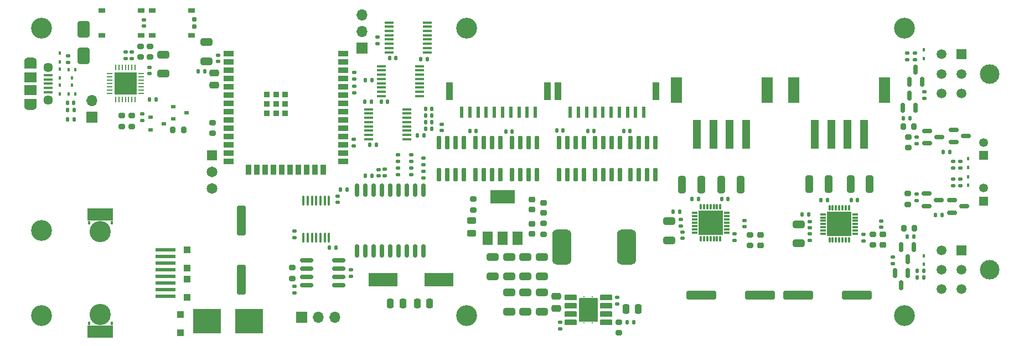
<source format=gts>
G04 #@! TF.GenerationSoftware,KiCad,Pcbnew,7.0.5-4d25ed1034~172~ubuntu22.04.1*
G04 #@! TF.CreationDate,2023-05-31T13:41:02+02:00*
G04 #@! TF.ProjectId,Drawer_Controller,44726177-6572-45f4-936f-6e74726f6c6c,rev?*
G04 #@! TF.SameCoordinates,Original*
G04 #@! TF.FileFunction,Soldermask,Top*
G04 #@! TF.FilePolarity,Negative*
%FSLAX46Y46*%
G04 Gerber Fmt 4.6, Leading zero omitted, Abs format (unit mm)*
G04 Created by KiCad (PCBNEW 7.0.5-4d25ed1034~172~ubuntu22.04.1) date 2023-05-31 13:41:02*
%MOMM*%
%LPD*%
G01*
G04 APERTURE LIST*
G04 Aperture macros list*
%AMRoundRect*
0 Rectangle with rounded corners*
0 $1 Rounding radius*
0 $2 $3 $4 $5 $6 $7 $8 $9 X,Y pos of 4 corners*
0 Add a 4 corners polygon primitive as box body*
4,1,4,$2,$3,$4,$5,$6,$7,$8,$9,$2,$3,0*
0 Add four circle primitives for the rounded corners*
1,1,$1+$1,$2,$3*
1,1,$1+$1,$4,$5*
1,1,$1+$1,$6,$7*
1,1,$1+$1,$8,$9*
0 Add four rect primitives between the rounded corners*
20,1,$1+$1,$2,$3,$4,$5,0*
20,1,$1+$1,$4,$5,$6,$7,0*
20,1,$1+$1,$6,$7,$8,$9,0*
20,1,$1+$1,$8,$9,$2,$3,0*%
G04 Aperture macros list end*
%ADD10C,0.150000*%
%ADD11RoundRect,0.250000X0.250000X0.475000X-0.250000X0.475000X-0.250000X-0.475000X0.250000X-0.475000X0*%
%ADD12RoundRect,0.250000X-0.250000X-0.475000X0.250000X-0.475000X0.250000X0.475000X-0.250000X0.475000X0*%
%ADD13RoundRect,0.140000X-0.170000X0.140000X-0.170000X-0.140000X0.170000X-0.140000X0.170000X0.140000X0*%
%ADD14RoundRect,0.200000X-0.275000X0.200000X-0.275000X-0.200000X0.275000X-0.200000X0.275000X0.200000X0*%
%ADD15RoundRect,0.200000X0.275000X-0.200000X0.275000X0.200000X-0.275000X0.200000X-0.275000X-0.200000X0*%
%ADD16RoundRect,0.200000X0.200000X0.275000X-0.200000X0.275000X-0.200000X-0.275000X0.200000X-0.275000X0*%
%ADD17RoundRect,0.200000X-0.200000X-0.275000X0.200000X-0.275000X0.200000X0.275000X-0.200000X0.275000X0*%
%ADD18C,0.300000*%
%ADD19RoundRect,0.150000X0.150000X-0.587500X0.150000X0.587500X-0.150000X0.587500X-0.150000X-0.587500X0*%
%ADD20RoundRect,0.250000X-0.300000X0.300000X-0.300000X-0.300000X0.300000X-0.300000X0.300000X0.300000X0*%
%ADD21RoundRect,0.135000X0.135000X0.185000X-0.135000X0.185000X-0.135000X-0.185000X0.135000X-0.185000X0*%
%ADD22RoundRect,0.140000X0.140000X0.170000X-0.140000X0.170000X-0.140000X-0.170000X0.140000X-0.170000X0*%
%ADD23RoundRect,0.135000X0.185000X-0.135000X0.185000X0.135000X-0.185000X0.135000X-0.185000X-0.135000X0*%
%ADD24RoundRect,0.135000X-0.185000X0.135000X-0.185000X-0.135000X0.185000X-0.135000X0.185000X0.135000X0*%
%ADD25RoundRect,0.225000X-0.250000X0.225000X-0.250000X-0.225000X0.250000X-0.225000X0.250000X0.225000X0*%
%ADD26RoundRect,0.250000X0.312500X1.075000X-0.312500X1.075000X-0.312500X-1.075000X0.312500X-1.075000X0*%
%ADD27C,3.250000*%
%ADD28R,3.050000X0.610000*%
%ADD29R,3.900000X1.945000*%
%ADD30R,0.400000X0.555000*%
%ADD31RoundRect,0.140000X0.170000X-0.140000X0.170000X0.140000X-0.170000X0.140000X-0.170000X-0.140000X0*%
%ADD32RoundRect,0.135000X-0.135000X-0.185000X0.135000X-0.185000X0.135000X0.185000X-0.135000X0.185000X0*%
%ADD33R,1.300000X4.500000*%
%ADD34R,1.800000X3.900000*%
%ADD35RoundRect,0.250000X0.650000X-0.325000X0.650000X0.325000X-0.650000X0.325000X-0.650000X-0.325000X0*%
%ADD36R,4.241800X3.810000*%
%ADD37RoundRect,0.250000X-0.475000X0.250000X-0.475000X-0.250000X0.475000X-0.250000X0.475000X0.250000X0*%
%ADD38RoundRect,0.140000X-0.140000X-0.170000X0.140000X-0.170000X0.140000X0.170000X-0.140000X0.170000X0*%
%ADD39R,0.400000X0.510000*%
%ADD40RoundRect,0.042000X0.258000X-0.943000X0.258000X0.943000X-0.258000X0.943000X-0.258000X-0.943000X0*%
%ADD41R,1.650000X1.650000*%
%ADD42C,1.650000*%
%ADD43C,3.200000*%
%ADD44RoundRect,0.218750X0.256250X-0.218750X0.256250X0.218750X-0.256250X0.218750X-0.256250X-0.218750X0*%
%ADD45RoundRect,0.150000X0.150000X-0.875000X0.150000X0.875000X-0.150000X0.875000X-0.150000X-0.875000X0*%
%ADD46R,1.700000X1.700000*%
%ADD47O,1.700000X1.700000*%
%ADD48RoundRect,0.250000X-0.650000X0.325000X-0.650000X-0.325000X0.650000X-0.325000X0.650000X0.325000X0*%
%ADD49RoundRect,0.150000X-0.150000X0.587500X-0.150000X-0.587500X0.150000X-0.587500X0.150000X0.587500X0*%
%ADD50R,0.800000X0.600000*%
%ADD51RoundRect,0.350000X-1.950000X-0.350000X1.950000X-0.350000X1.950000X0.350000X-1.950000X0.350000X0*%
%ADD52RoundRect,0.243750X0.456250X-0.243750X0.456250X0.243750X-0.456250X0.243750X-0.456250X-0.243750X0*%
%ADD53RoundRect,0.250000X0.475000X-0.250000X0.475000X0.250000X-0.475000X0.250000X-0.475000X-0.250000X0*%
%ADD54R,1.500000X0.900000*%
%ADD55R,0.900000X1.500000*%
%ADD56R,0.900000X0.900000*%
%ADD57R,0.400000X0.480000*%
%ADD58RoundRect,0.350000X1.950000X0.350000X-1.950000X0.350000X-1.950000X-0.350000X1.950000X-0.350000X0*%
%ADD59R,1.000000X0.750000*%
%ADD60RoundRect,0.008100X-0.396900X-0.126900X0.396900X-0.126900X0.396900X0.126900X-0.396900X0.126900X0*%
%ADD61RoundRect,0.027000X-0.108000X-0.378000X0.108000X-0.378000X0.108000X0.378000X-0.108000X0.378000X0*%
%ADD62R,3.700000X3.700000*%
%ADD63C,3.000000*%
%ADD64R,1.520000X1.520000*%
%ADD65C,1.520000*%
%ADD66RoundRect,0.150000X-0.587500X-0.150000X0.587500X-0.150000X0.587500X0.150000X-0.587500X0.150000X0*%
%ADD67R,4.500000X2.000000*%
%ADD68RoundRect,0.218750X-0.256250X0.218750X-0.256250X-0.218750X0.256250X-0.218750X0.256250X0.218750X0*%
%ADD69R,1.473200X0.355600*%
%ADD70R,1.500000X2.000000*%
%ADD71R,3.800000X2.000000*%
%ADD72R,0.600000X1.700000*%
%ADD73R,1.000000X2.700000*%
%ADD74RoundRect,0.725000X-0.725000X1.975000X-0.725000X-1.975000X0.725000X-1.975000X0.725000X1.975000X0*%
%ADD75R,1.350000X1.350000*%
%ADD76C,1.350000*%
%ADD77RoundRect,0.250000X-0.312500X-1.075000X0.312500X-1.075000X0.312500X1.075000X-0.312500X1.075000X0*%
%ADD78RoundRect,0.100000X-0.100000X0.637500X-0.100000X-0.637500X0.100000X-0.637500X0.100000X0.637500X0*%
%ADD79RoundRect,0.155000X-0.155000X0.212500X-0.155000X-0.212500X0.155000X-0.212500X0.155000X0.212500X0*%
%ADD80RoundRect,0.250000X-0.650000X1.000000X-0.650000X-1.000000X0.650000X-1.000000X0.650000X1.000000X0*%
%ADD81RoundRect,0.062500X0.337500X0.062500X-0.337500X0.062500X-0.337500X-0.062500X0.337500X-0.062500X0*%
%ADD82RoundRect,0.062500X0.062500X0.337500X-0.062500X0.337500X-0.062500X-0.337500X0.062500X-0.337500X0*%
%ADD83R,3.350000X3.350000*%
%ADD84RoundRect,0.150000X0.825000X0.150000X-0.825000X0.150000X-0.825000X-0.150000X0.825000X-0.150000X0*%
%ADD85R,1.350000X0.400000*%
%ADD86C,1.450000*%
%ADD87O,1.900000X0.950000*%
%ADD88R,1.900000X1.200000*%
%ADD89R,1.900000X1.500000*%
%ADD90RoundRect,0.225000X0.250000X-0.225000X0.250000X0.225000X-0.250000X0.225000X-0.250000X-0.225000X0*%
%ADD91RoundRect,0.250000X0.300000X-0.300000X0.300000X0.300000X-0.300000X0.300000X-0.300000X-0.300000X0*%
%ADD92RoundRect,0.350000X0.350000X-1.950000X0.350000X1.950000X-0.350000X1.950000X-0.350000X-1.950000X0*%
G04 APERTURE END LIST*
D10*
X206955000Y-145837500D02*
X204245000Y-145837500D01*
X204245000Y-142437500D01*
X206955000Y-142437500D01*
X206955000Y-145837500D01*
G36*
X206955000Y-145837500D02*
G01*
X204245000Y-145837500D01*
X204245000Y-142437500D01*
X206955000Y-142437500D01*
X206955000Y-145837500D01*
G37*
X203703000Y-141863500D02*
X203705000Y-141863500D01*
X203708000Y-141864500D01*
X203710000Y-141864500D01*
X203713000Y-141865500D01*
X203715000Y-141866500D01*
X203718000Y-141867500D01*
X203720000Y-141869500D01*
X203722000Y-141870500D01*
X203724000Y-141872500D01*
X203726000Y-141873500D01*
X203728000Y-141875500D01*
X203730000Y-141877500D01*
X203732000Y-141879500D01*
X203734000Y-141881500D01*
X203735000Y-141883500D01*
X203737000Y-141885500D01*
X203738000Y-141887500D01*
X203740000Y-141889500D01*
X203741000Y-141892500D01*
X203742000Y-141894500D01*
X203743000Y-141897500D01*
X203743000Y-141899500D01*
X203744000Y-141902500D01*
X203744000Y-141904500D01*
X203745000Y-141907500D01*
X203745000Y-141909500D01*
X203745000Y-141912500D01*
X203745000Y-142552500D01*
X203745000Y-142555500D01*
X203745000Y-142557500D01*
X203744000Y-142560500D01*
X203744000Y-142562500D01*
X203743000Y-142565500D01*
X203743000Y-142567500D01*
X203742000Y-142570500D01*
X203741000Y-142572500D01*
X203740000Y-142575500D01*
X203738000Y-142577500D01*
X203737000Y-142579500D01*
X203735000Y-142581500D01*
X203734000Y-142583500D01*
X203732000Y-142585500D01*
X203730000Y-142587500D01*
X203728000Y-142589500D01*
X203726000Y-142591500D01*
X203724000Y-142592500D01*
X203722000Y-142594500D01*
X203720000Y-142595500D01*
X203718000Y-142597500D01*
X203715000Y-142598500D01*
X203713000Y-142599500D01*
X203710000Y-142600500D01*
X203708000Y-142600500D01*
X203705000Y-142601500D01*
X203703000Y-142601500D01*
X203700000Y-142602500D01*
X203698000Y-142602500D01*
X203695000Y-142602500D01*
X202105000Y-142602500D01*
X202102000Y-142602500D01*
X202100000Y-142602500D01*
X202097000Y-142601500D01*
X202095000Y-142601500D01*
X202092000Y-142600500D01*
X202090000Y-142600500D01*
X202087000Y-142599500D01*
X202085000Y-142598500D01*
X202082000Y-142597500D01*
X202080000Y-142595500D01*
X202078000Y-142594500D01*
X202076000Y-142592500D01*
X202074000Y-142591500D01*
X202072000Y-142589500D01*
X202070000Y-142587500D01*
X202068000Y-142585500D01*
X202066000Y-142583500D01*
X202065000Y-142581500D01*
X202063000Y-142579500D01*
X202062000Y-142577500D01*
X202060000Y-142575500D01*
X202059000Y-142572500D01*
X202058000Y-142570500D01*
X202057000Y-142567500D01*
X202057000Y-142565500D01*
X202056000Y-142562500D01*
X202056000Y-142560500D01*
X202055000Y-142557500D01*
X202055000Y-142555500D01*
X202055000Y-142552500D01*
X202055000Y-141912500D01*
X202055000Y-141909500D01*
X202055000Y-141907500D01*
X202056000Y-141904500D01*
X202056000Y-141902500D01*
X202057000Y-141899500D01*
X202057000Y-141897500D01*
X202058000Y-141894500D01*
X202059000Y-141892500D01*
X202060000Y-141889500D01*
X202062000Y-141887500D01*
X202063000Y-141885500D01*
X202065000Y-141883500D01*
X202066000Y-141881500D01*
X202068000Y-141879500D01*
X202070000Y-141877500D01*
X202072000Y-141875500D01*
X202074000Y-141873500D01*
X202076000Y-141872500D01*
X202078000Y-141870500D01*
X202080000Y-141869500D01*
X202082000Y-141867500D01*
X202085000Y-141866500D01*
X202087000Y-141865500D01*
X202090000Y-141864500D01*
X202092000Y-141864500D01*
X202095000Y-141863500D01*
X202097000Y-141863500D01*
X202100000Y-141862500D01*
X202102000Y-141862500D01*
X202105000Y-141862500D01*
X203695000Y-141862500D01*
X203698000Y-141862500D01*
X203700000Y-141862500D01*
X203703000Y-141863500D01*
G36*
X203703000Y-141863500D02*
G01*
X203705000Y-141863500D01*
X203708000Y-141864500D01*
X203710000Y-141864500D01*
X203713000Y-141865500D01*
X203715000Y-141866500D01*
X203718000Y-141867500D01*
X203720000Y-141869500D01*
X203722000Y-141870500D01*
X203724000Y-141872500D01*
X203726000Y-141873500D01*
X203728000Y-141875500D01*
X203730000Y-141877500D01*
X203732000Y-141879500D01*
X203734000Y-141881500D01*
X203735000Y-141883500D01*
X203737000Y-141885500D01*
X203738000Y-141887500D01*
X203740000Y-141889500D01*
X203741000Y-141892500D01*
X203742000Y-141894500D01*
X203743000Y-141897500D01*
X203743000Y-141899500D01*
X203744000Y-141902500D01*
X203744000Y-141904500D01*
X203745000Y-141907500D01*
X203745000Y-141909500D01*
X203745000Y-141912500D01*
X203745000Y-142552500D01*
X203745000Y-142555500D01*
X203745000Y-142557500D01*
X203744000Y-142560500D01*
X203744000Y-142562500D01*
X203743000Y-142565500D01*
X203743000Y-142567500D01*
X203742000Y-142570500D01*
X203741000Y-142572500D01*
X203740000Y-142575500D01*
X203738000Y-142577500D01*
X203737000Y-142579500D01*
X203735000Y-142581500D01*
X203734000Y-142583500D01*
X203732000Y-142585500D01*
X203730000Y-142587500D01*
X203728000Y-142589500D01*
X203726000Y-142591500D01*
X203724000Y-142592500D01*
X203722000Y-142594500D01*
X203720000Y-142595500D01*
X203718000Y-142597500D01*
X203715000Y-142598500D01*
X203713000Y-142599500D01*
X203710000Y-142600500D01*
X203708000Y-142600500D01*
X203705000Y-142601500D01*
X203703000Y-142601500D01*
X203700000Y-142602500D01*
X203698000Y-142602500D01*
X203695000Y-142602500D01*
X202105000Y-142602500D01*
X202102000Y-142602500D01*
X202100000Y-142602500D01*
X202097000Y-142601500D01*
X202095000Y-142601500D01*
X202092000Y-142600500D01*
X202090000Y-142600500D01*
X202087000Y-142599500D01*
X202085000Y-142598500D01*
X202082000Y-142597500D01*
X202080000Y-142595500D01*
X202078000Y-142594500D01*
X202076000Y-142592500D01*
X202074000Y-142591500D01*
X202072000Y-142589500D01*
X202070000Y-142587500D01*
X202068000Y-142585500D01*
X202066000Y-142583500D01*
X202065000Y-142581500D01*
X202063000Y-142579500D01*
X202062000Y-142577500D01*
X202060000Y-142575500D01*
X202059000Y-142572500D01*
X202058000Y-142570500D01*
X202057000Y-142567500D01*
X202057000Y-142565500D01*
X202056000Y-142562500D01*
X202056000Y-142560500D01*
X202055000Y-142557500D01*
X202055000Y-142555500D01*
X202055000Y-142552500D01*
X202055000Y-141912500D01*
X202055000Y-141909500D01*
X202055000Y-141907500D01*
X202056000Y-141904500D01*
X202056000Y-141902500D01*
X202057000Y-141899500D01*
X202057000Y-141897500D01*
X202058000Y-141894500D01*
X202059000Y-141892500D01*
X202060000Y-141889500D01*
X202062000Y-141887500D01*
X202063000Y-141885500D01*
X202065000Y-141883500D01*
X202066000Y-141881500D01*
X202068000Y-141879500D01*
X202070000Y-141877500D01*
X202072000Y-141875500D01*
X202074000Y-141873500D01*
X202076000Y-141872500D01*
X202078000Y-141870500D01*
X202080000Y-141869500D01*
X202082000Y-141867500D01*
X202085000Y-141866500D01*
X202087000Y-141865500D01*
X202090000Y-141864500D01*
X202092000Y-141864500D01*
X202095000Y-141863500D01*
X202097000Y-141863500D01*
X202100000Y-141862500D01*
X202102000Y-141862500D01*
X202105000Y-141862500D01*
X203695000Y-141862500D01*
X203698000Y-141862500D01*
X203700000Y-141862500D01*
X203703000Y-141863500D01*
G37*
X203703000Y-143133500D02*
X203705000Y-143133500D01*
X203708000Y-143134500D01*
X203710000Y-143134500D01*
X203713000Y-143135500D01*
X203715000Y-143136500D01*
X203718000Y-143137500D01*
X203720000Y-143139500D01*
X203722000Y-143140500D01*
X203724000Y-143142500D01*
X203726000Y-143143500D01*
X203728000Y-143145500D01*
X203730000Y-143147500D01*
X203732000Y-143149500D01*
X203734000Y-143151500D01*
X203735000Y-143153500D01*
X203737000Y-143155500D01*
X203738000Y-143157500D01*
X203740000Y-143159500D01*
X203741000Y-143162500D01*
X203742000Y-143164500D01*
X203743000Y-143167500D01*
X203743000Y-143169500D01*
X203744000Y-143172500D01*
X203744000Y-143174500D01*
X203745000Y-143177500D01*
X203745000Y-143179500D01*
X203745000Y-143182500D01*
X203745000Y-143822500D01*
X203745000Y-143825500D01*
X203745000Y-143827500D01*
X203744000Y-143830500D01*
X203744000Y-143832500D01*
X203743000Y-143835500D01*
X203743000Y-143837500D01*
X203742000Y-143840500D01*
X203741000Y-143842500D01*
X203740000Y-143845500D01*
X203738000Y-143847500D01*
X203737000Y-143849500D01*
X203735000Y-143851500D01*
X203734000Y-143853500D01*
X203732000Y-143855500D01*
X203730000Y-143857500D01*
X203728000Y-143859500D01*
X203726000Y-143861500D01*
X203724000Y-143862500D01*
X203722000Y-143864500D01*
X203720000Y-143865500D01*
X203718000Y-143867500D01*
X203715000Y-143868500D01*
X203713000Y-143869500D01*
X203710000Y-143870500D01*
X203708000Y-143870500D01*
X203705000Y-143871500D01*
X203703000Y-143871500D01*
X203700000Y-143872500D01*
X203698000Y-143872500D01*
X203695000Y-143872500D01*
X202105000Y-143872500D01*
X202102000Y-143872500D01*
X202100000Y-143872500D01*
X202097000Y-143871500D01*
X202095000Y-143871500D01*
X202092000Y-143870500D01*
X202090000Y-143870500D01*
X202087000Y-143869500D01*
X202085000Y-143868500D01*
X202082000Y-143867500D01*
X202080000Y-143865500D01*
X202078000Y-143864500D01*
X202076000Y-143862500D01*
X202074000Y-143861500D01*
X202072000Y-143859500D01*
X202070000Y-143857500D01*
X202068000Y-143855500D01*
X202066000Y-143853500D01*
X202065000Y-143851500D01*
X202063000Y-143849500D01*
X202062000Y-143847500D01*
X202060000Y-143845500D01*
X202059000Y-143842500D01*
X202058000Y-143840500D01*
X202057000Y-143837500D01*
X202057000Y-143835500D01*
X202056000Y-143832500D01*
X202056000Y-143830500D01*
X202055000Y-143827500D01*
X202055000Y-143825500D01*
X202055000Y-143822500D01*
X202055000Y-143182500D01*
X202055000Y-143179500D01*
X202055000Y-143177500D01*
X202056000Y-143174500D01*
X202056000Y-143172500D01*
X202057000Y-143169500D01*
X202057000Y-143167500D01*
X202058000Y-143164500D01*
X202059000Y-143162500D01*
X202060000Y-143159500D01*
X202062000Y-143157500D01*
X202063000Y-143155500D01*
X202065000Y-143153500D01*
X202066000Y-143151500D01*
X202068000Y-143149500D01*
X202070000Y-143147500D01*
X202072000Y-143145500D01*
X202074000Y-143143500D01*
X202076000Y-143142500D01*
X202078000Y-143140500D01*
X202080000Y-143139500D01*
X202082000Y-143137500D01*
X202085000Y-143136500D01*
X202087000Y-143135500D01*
X202090000Y-143134500D01*
X202092000Y-143134500D01*
X202095000Y-143133500D01*
X202097000Y-143133500D01*
X202100000Y-143132500D01*
X202102000Y-143132500D01*
X202105000Y-143132500D01*
X203695000Y-143132500D01*
X203698000Y-143132500D01*
X203700000Y-143132500D01*
X203703000Y-143133500D01*
G36*
X203703000Y-143133500D02*
G01*
X203705000Y-143133500D01*
X203708000Y-143134500D01*
X203710000Y-143134500D01*
X203713000Y-143135500D01*
X203715000Y-143136500D01*
X203718000Y-143137500D01*
X203720000Y-143139500D01*
X203722000Y-143140500D01*
X203724000Y-143142500D01*
X203726000Y-143143500D01*
X203728000Y-143145500D01*
X203730000Y-143147500D01*
X203732000Y-143149500D01*
X203734000Y-143151500D01*
X203735000Y-143153500D01*
X203737000Y-143155500D01*
X203738000Y-143157500D01*
X203740000Y-143159500D01*
X203741000Y-143162500D01*
X203742000Y-143164500D01*
X203743000Y-143167500D01*
X203743000Y-143169500D01*
X203744000Y-143172500D01*
X203744000Y-143174500D01*
X203745000Y-143177500D01*
X203745000Y-143179500D01*
X203745000Y-143182500D01*
X203745000Y-143822500D01*
X203745000Y-143825500D01*
X203745000Y-143827500D01*
X203744000Y-143830500D01*
X203744000Y-143832500D01*
X203743000Y-143835500D01*
X203743000Y-143837500D01*
X203742000Y-143840500D01*
X203741000Y-143842500D01*
X203740000Y-143845500D01*
X203738000Y-143847500D01*
X203737000Y-143849500D01*
X203735000Y-143851500D01*
X203734000Y-143853500D01*
X203732000Y-143855500D01*
X203730000Y-143857500D01*
X203728000Y-143859500D01*
X203726000Y-143861500D01*
X203724000Y-143862500D01*
X203722000Y-143864500D01*
X203720000Y-143865500D01*
X203718000Y-143867500D01*
X203715000Y-143868500D01*
X203713000Y-143869500D01*
X203710000Y-143870500D01*
X203708000Y-143870500D01*
X203705000Y-143871500D01*
X203703000Y-143871500D01*
X203700000Y-143872500D01*
X203698000Y-143872500D01*
X203695000Y-143872500D01*
X202105000Y-143872500D01*
X202102000Y-143872500D01*
X202100000Y-143872500D01*
X202097000Y-143871500D01*
X202095000Y-143871500D01*
X202092000Y-143870500D01*
X202090000Y-143870500D01*
X202087000Y-143869500D01*
X202085000Y-143868500D01*
X202082000Y-143867500D01*
X202080000Y-143865500D01*
X202078000Y-143864500D01*
X202076000Y-143862500D01*
X202074000Y-143861500D01*
X202072000Y-143859500D01*
X202070000Y-143857500D01*
X202068000Y-143855500D01*
X202066000Y-143853500D01*
X202065000Y-143851500D01*
X202063000Y-143849500D01*
X202062000Y-143847500D01*
X202060000Y-143845500D01*
X202059000Y-143842500D01*
X202058000Y-143840500D01*
X202057000Y-143837500D01*
X202057000Y-143835500D01*
X202056000Y-143832500D01*
X202056000Y-143830500D01*
X202055000Y-143827500D01*
X202055000Y-143825500D01*
X202055000Y-143822500D01*
X202055000Y-143182500D01*
X202055000Y-143179500D01*
X202055000Y-143177500D01*
X202056000Y-143174500D01*
X202056000Y-143172500D01*
X202057000Y-143169500D01*
X202057000Y-143167500D01*
X202058000Y-143164500D01*
X202059000Y-143162500D01*
X202060000Y-143159500D01*
X202062000Y-143157500D01*
X202063000Y-143155500D01*
X202065000Y-143153500D01*
X202066000Y-143151500D01*
X202068000Y-143149500D01*
X202070000Y-143147500D01*
X202072000Y-143145500D01*
X202074000Y-143143500D01*
X202076000Y-143142500D01*
X202078000Y-143140500D01*
X202080000Y-143139500D01*
X202082000Y-143137500D01*
X202085000Y-143136500D01*
X202087000Y-143135500D01*
X202090000Y-143134500D01*
X202092000Y-143134500D01*
X202095000Y-143133500D01*
X202097000Y-143133500D01*
X202100000Y-143132500D01*
X202102000Y-143132500D01*
X202105000Y-143132500D01*
X203695000Y-143132500D01*
X203698000Y-143132500D01*
X203700000Y-143132500D01*
X203703000Y-143133500D01*
G37*
X203703000Y-144403500D02*
X203705000Y-144403500D01*
X203708000Y-144404500D01*
X203710000Y-144404500D01*
X203713000Y-144405500D01*
X203715000Y-144406500D01*
X203718000Y-144407500D01*
X203720000Y-144409500D01*
X203722000Y-144410500D01*
X203724000Y-144412500D01*
X203726000Y-144413500D01*
X203728000Y-144415500D01*
X203730000Y-144417500D01*
X203732000Y-144419500D01*
X203734000Y-144421500D01*
X203735000Y-144423500D01*
X203737000Y-144425500D01*
X203738000Y-144427500D01*
X203740000Y-144429500D01*
X203741000Y-144432500D01*
X203742000Y-144434500D01*
X203743000Y-144437500D01*
X203743000Y-144439500D01*
X203744000Y-144442500D01*
X203744000Y-144444500D01*
X203745000Y-144447500D01*
X203745000Y-144449500D01*
X203745000Y-144452500D01*
X203745000Y-145092500D01*
X203745000Y-145095500D01*
X203745000Y-145097500D01*
X203744000Y-145100500D01*
X203744000Y-145102500D01*
X203743000Y-145105500D01*
X203743000Y-145107500D01*
X203742000Y-145110500D01*
X203741000Y-145112500D01*
X203740000Y-145115500D01*
X203738000Y-145117500D01*
X203737000Y-145119500D01*
X203735000Y-145121500D01*
X203734000Y-145123500D01*
X203732000Y-145125500D01*
X203730000Y-145127500D01*
X203728000Y-145129500D01*
X203726000Y-145131500D01*
X203724000Y-145132500D01*
X203722000Y-145134500D01*
X203720000Y-145135500D01*
X203718000Y-145137500D01*
X203715000Y-145138500D01*
X203713000Y-145139500D01*
X203710000Y-145140500D01*
X203708000Y-145140500D01*
X203705000Y-145141500D01*
X203703000Y-145141500D01*
X203700000Y-145142500D01*
X203698000Y-145142500D01*
X203695000Y-145142500D01*
X202105000Y-145142500D01*
X202102000Y-145142500D01*
X202100000Y-145142500D01*
X202097000Y-145141500D01*
X202095000Y-145141500D01*
X202092000Y-145140500D01*
X202090000Y-145140500D01*
X202087000Y-145139500D01*
X202085000Y-145138500D01*
X202082000Y-145137500D01*
X202080000Y-145135500D01*
X202078000Y-145134500D01*
X202076000Y-145132500D01*
X202074000Y-145131500D01*
X202072000Y-145129500D01*
X202070000Y-145127500D01*
X202068000Y-145125500D01*
X202066000Y-145123500D01*
X202065000Y-145121500D01*
X202063000Y-145119500D01*
X202062000Y-145117500D01*
X202060000Y-145115500D01*
X202059000Y-145112500D01*
X202058000Y-145110500D01*
X202057000Y-145107500D01*
X202057000Y-145105500D01*
X202056000Y-145102500D01*
X202056000Y-145100500D01*
X202055000Y-145097500D01*
X202055000Y-145095500D01*
X202055000Y-145092500D01*
X202055000Y-144452500D01*
X202055000Y-144449500D01*
X202055000Y-144447500D01*
X202056000Y-144444500D01*
X202056000Y-144442500D01*
X202057000Y-144439500D01*
X202057000Y-144437500D01*
X202058000Y-144434500D01*
X202059000Y-144432500D01*
X202060000Y-144429500D01*
X202062000Y-144427500D01*
X202063000Y-144425500D01*
X202065000Y-144423500D01*
X202066000Y-144421500D01*
X202068000Y-144419500D01*
X202070000Y-144417500D01*
X202072000Y-144415500D01*
X202074000Y-144413500D01*
X202076000Y-144412500D01*
X202078000Y-144410500D01*
X202080000Y-144409500D01*
X202082000Y-144407500D01*
X202085000Y-144406500D01*
X202087000Y-144405500D01*
X202090000Y-144404500D01*
X202092000Y-144404500D01*
X202095000Y-144403500D01*
X202097000Y-144403500D01*
X202100000Y-144402500D01*
X202102000Y-144402500D01*
X202105000Y-144402500D01*
X203695000Y-144402500D01*
X203698000Y-144402500D01*
X203700000Y-144402500D01*
X203703000Y-144403500D01*
G36*
X203703000Y-144403500D02*
G01*
X203705000Y-144403500D01*
X203708000Y-144404500D01*
X203710000Y-144404500D01*
X203713000Y-144405500D01*
X203715000Y-144406500D01*
X203718000Y-144407500D01*
X203720000Y-144409500D01*
X203722000Y-144410500D01*
X203724000Y-144412500D01*
X203726000Y-144413500D01*
X203728000Y-144415500D01*
X203730000Y-144417500D01*
X203732000Y-144419500D01*
X203734000Y-144421500D01*
X203735000Y-144423500D01*
X203737000Y-144425500D01*
X203738000Y-144427500D01*
X203740000Y-144429500D01*
X203741000Y-144432500D01*
X203742000Y-144434500D01*
X203743000Y-144437500D01*
X203743000Y-144439500D01*
X203744000Y-144442500D01*
X203744000Y-144444500D01*
X203745000Y-144447500D01*
X203745000Y-144449500D01*
X203745000Y-144452500D01*
X203745000Y-145092500D01*
X203745000Y-145095500D01*
X203745000Y-145097500D01*
X203744000Y-145100500D01*
X203744000Y-145102500D01*
X203743000Y-145105500D01*
X203743000Y-145107500D01*
X203742000Y-145110500D01*
X203741000Y-145112500D01*
X203740000Y-145115500D01*
X203738000Y-145117500D01*
X203737000Y-145119500D01*
X203735000Y-145121500D01*
X203734000Y-145123500D01*
X203732000Y-145125500D01*
X203730000Y-145127500D01*
X203728000Y-145129500D01*
X203726000Y-145131500D01*
X203724000Y-145132500D01*
X203722000Y-145134500D01*
X203720000Y-145135500D01*
X203718000Y-145137500D01*
X203715000Y-145138500D01*
X203713000Y-145139500D01*
X203710000Y-145140500D01*
X203708000Y-145140500D01*
X203705000Y-145141500D01*
X203703000Y-145141500D01*
X203700000Y-145142500D01*
X203698000Y-145142500D01*
X203695000Y-145142500D01*
X202105000Y-145142500D01*
X202102000Y-145142500D01*
X202100000Y-145142500D01*
X202097000Y-145141500D01*
X202095000Y-145141500D01*
X202092000Y-145140500D01*
X202090000Y-145140500D01*
X202087000Y-145139500D01*
X202085000Y-145138500D01*
X202082000Y-145137500D01*
X202080000Y-145135500D01*
X202078000Y-145134500D01*
X202076000Y-145132500D01*
X202074000Y-145131500D01*
X202072000Y-145129500D01*
X202070000Y-145127500D01*
X202068000Y-145125500D01*
X202066000Y-145123500D01*
X202065000Y-145121500D01*
X202063000Y-145119500D01*
X202062000Y-145117500D01*
X202060000Y-145115500D01*
X202059000Y-145112500D01*
X202058000Y-145110500D01*
X202057000Y-145107500D01*
X202057000Y-145105500D01*
X202056000Y-145102500D01*
X202056000Y-145100500D01*
X202055000Y-145097500D01*
X202055000Y-145095500D01*
X202055000Y-145092500D01*
X202055000Y-144452500D01*
X202055000Y-144449500D01*
X202055000Y-144447500D01*
X202056000Y-144444500D01*
X202056000Y-144442500D01*
X202057000Y-144439500D01*
X202057000Y-144437500D01*
X202058000Y-144434500D01*
X202059000Y-144432500D01*
X202060000Y-144429500D01*
X202062000Y-144427500D01*
X202063000Y-144425500D01*
X202065000Y-144423500D01*
X202066000Y-144421500D01*
X202068000Y-144419500D01*
X202070000Y-144417500D01*
X202072000Y-144415500D01*
X202074000Y-144413500D01*
X202076000Y-144412500D01*
X202078000Y-144410500D01*
X202080000Y-144409500D01*
X202082000Y-144407500D01*
X202085000Y-144406500D01*
X202087000Y-144405500D01*
X202090000Y-144404500D01*
X202092000Y-144404500D01*
X202095000Y-144403500D01*
X202097000Y-144403500D01*
X202100000Y-144402500D01*
X202102000Y-144402500D01*
X202105000Y-144402500D01*
X203695000Y-144402500D01*
X203698000Y-144402500D01*
X203700000Y-144402500D01*
X203703000Y-144403500D01*
G37*
X203703000Y-145673500D02*
X203705000Y-145673500D01*
X203708000Y-145674500D01*
X203710000Y-145674500D01*
X203713000Y-145675500D01*
X203715000Y-145676500D01*
X203718000Y-145677500D01*
X203720000Y-145679500D01*
X203722000Y-145680500D01*
X203724000Y-145682500D01*
X203726000Y-145683500D01*
X203728000Y-145685500D01*
X203730000Y-145687500D01*
X203732000Y-145689500D01*
X203734000Y-145691500D01*
X203735000Y-145693500D01*
X203737000Y-145695500D01*
X203738000Y-145697500D01*
X203740000Y-145699500D01*
X203741000Y-145702500D01*
X203742000Y-145704500D01*
X203743000Y-145707500D01*
X203743000Y-145709500D01*
X203744000Y-145712500D01*
X203744000Y-145714500D01*
X203745000Y-145717500D01*
X203745000Y-145719500D01*
X203745000Y-145722500D01*
X203745000Y-146362500D01*
X203745000Y-146365500D01*
X203745000Y-146367500D01*
X203744000Y-146370500D01*
X203744000Y-146372500D01*
X203743000Y-146375500D01*
X203743000Y-146377500D01*
X203742000Y-146380500D01*
X203741000Y-146382500D01*
X203740000Y-146385500D01*
X203738000Y-146387500D01*
X203737000Y-146389500D01*
X203735000Y-146391500D01*
X203734000Y-146393500D01*
X203732000Y-146395500D01*
X203730000Y-146397500D01*
X203728000Y-146399500D01*
X203726000Y-146401500D01*
X203724000Y-146402500D01*
X203722000Y-146404500D01*
X203720000Y-146405500D01*
X203718000Y-146407500D01*
X203715000Y-146408500D01*
X203713000Y-146409500D01*
X203710000Y-146410500D01*
X203708000Y-146410500D01*
X203705000Y-146411500D01*
X203703000Y-146411500D01*
X203700000Y-146412500D01*
X203698000Y-146412500D01*
X203695000Y-146412500D01*
X202105000Y-146412500D01*
X202102000Y-146412500D01*
X202100000Y-146412500D01*
X202097000Y-146411500D01*
X202095000Y-146411500D01*
X202092000Y-146410500D01*
X202090000Y-146410500D01*
X202087000Y-146409500D01*
X202085000Y-146408500D01*
X202082000Y-146407500D01*
X202080000Y-146405500D01*
X202078000Y-146404500D01*
X202076000Y-146402500D01*
X202074000Y-146401500D01*
X202072000Y-146399500D01*
X202070000Y-146397500D01*
X202068000Y-146395500D01*
X202066000Y-146393500D01*
X202065000Y-146391500D01*
X202063000Y-146389500D01*
X202062000Y-146387500D01*
X202060000Y-146385500D01*
X202059000Y-146382500D01*
X202058000Y-146380500D01*
X202057000Y-146377500D01*
X202057000Y-146375500D01*
X202056000Y-146372500D01*
X202056000Y-146370500D01*
X202055000Y-146367500D01*
X202055000Y-146365500D01*
X202055000Y-146362500D01*
X202055000Y-145722500D01*
X202055000Y-145719500D01*
X202055000Y-145717500D01*
X202056000Y-145714500D01*
X202056000Y-145712500D01*
X202057000Y-145709500D01*
X202057000Y-145707500D01*
X202058000Y-145704500D01*
X202059000Y-145702500D01*
X202060000Y-145699500D01*
X202062000Y-145697500D01*
X202063000Y-145695500D01*
X202065000Y-145693500D01*
X202066000Y-145691500D01*
X202068000Y-145689500D01*
X202070000Y-145687500D01*
X202072000Y-145685500D01*
X202074000Y-145683500D01*
X202076000Y-145682500D01*
X202078000Y-145680500D01*
X202080000Y-145679500D01*
X202082000Y-145677500D01*
X202085000Y-145676500D01*
X202087000Y-145675500D01*
X202090000Y-145674500D01*
X202092000Y-145674500D01*
X202095000Y-145673500D01*
X202097000Y-145673500D01*
X202100000Y-145672500D01*
X202102000Y-145672500D01*
X202105000Y-145672500D01*
X203695000Y-145672500D01*
X203698000Y-145672500D01*
X203700000Y-145672500D01*
X203703000Y-145673500D01*
G36*
X203703000Y-145673500D02*
G01*
X203705000Y-145673500D01*
X203708000Y-145674500D01*
X203710000Y-145674500D01*
X203713000Y-145675500D01*
X203715000Y-145676500D01*
X203718000Y-145677500D01*
X203720000Y-145679500D01*
X203722000Y-145680500D01*
X203724000Y-145682500D01*
X203726000Y-145683500D01*
X203728000Y-145685500D01*
X203730000Y-145687500D01*
X203732000Y-145689500D01*
X203734000Y-145691500D01*
X203735000Y-145693500D01*
X203737000Y-145695500D01*
X203738000Y-145697500D01*
X203740000Y-145699500D01*
X203741000Y-145702500D01*
X203742000Y-145704500D01*
X203743000Y-145707500D01*
X203743000Y-145709500D01*
X203744000Y-145712500D01*
X203744000Y-145714500D01*
X203745000Y-145717500D01*
X203745000Y-145719500D01*
X203745000Y-145722500D01*
X203745000Y-146362500D01*
X203745000Y-146365500D01*
X203745000Y-146367500D01*
X203744000Y-146370500D01*
X203744000Y-146372500D01*
X203743000Y-146375500D01*
X203743000Y-146377500D01*
X203742000Y-146380500D01*
X203741000Y-146382500D01*
X203740000Y-146385500D01*
X203738000Y-146387500D01*
X203737000Y-146389500D01*
X203735000Y-146391500D01*
X203734000Y-146393500D01*
X203732000Y-146395500D01*
X203730000Y-146397500D01*
X203728000Y-146399500D01*
X203726000Y-146401500D01*
X203724000Y-146402500D01*
X203722000Y-146404500D01*
X203720000Y-146405500D01*
X203718000Y-146407500D01*
X203715000Y-146408500D01*
X203713000Y-146409500D01*
X203710000Y-146410500D01*
X203708000Y-146410500D01*
X203705000Y-146411500D01*
X203703000Y-146411500D01*
X203700000Y-146412500D01*
X203698000Y-146412500D01*
X203695000Y-146412500D01*
X202105000Y-146412500D01*
X202102000Y-146412500D01*
X202100000Y-146412500D01*
X202097000Y-146411500D01*
X202095000Y-146411500D01*
X202092000Y-146410500D01*
X202090000Y-146410500D01*
X202087000Y-146409500D01*
X202085000Y-146408500D01*
X202082000Y-146407500D01*
X202080000Y-146405500D01*
X202078000Y-146404500D01*
X202076000Y-146402500D01*
X202074000Y-146401500D01*
X202072000Y-146399500D01*
X202070000Y-146397500D01*
X202068000Y-146395500D01*
X202066000Y-146393500D01*
X202065000Y-146391500D01*
X202063000Y-146389500D01*
X202062000Y-146387500D01*
X202060000Y-146385500D01*
X202059000Y-146382500D01*
X202058000Y-146380500D01*
X202057000Y-146377500D01*
X202057000Y-146375500D01*
X202056000Y-146372500D01*
X202056000Y-146370500D01*
X202055000Y-146367500D01*
X202055000Y-146365500D01*
X202055000Y-146362500D01*
X202055000Y-145722500D01*
X202055000Y-145719500D01*
X202055000Y-145717500D01*
X202056000Y-145714500D01*
X202056000Y-145712500D01*
X202057000Y-145709500D01*
X202057000Y-145707500D01*
X202058000Y-145704500D01*
X202059000Y-145702500D01*
X202060000Y-145699500D01*
X202062000Y-145697500D01*
X202063000Y-145695500D01*
X202065000Y-145693500D01*
X202066000Y-145691500D01*
X202068000Y-145689500D01*
X202070000Y-145687500D01*
X202072000Y-145685500D01*
X202074000Y-145683500D01*
X202076000Y-145682500D01*
X202078000Y-145680500D01*
X202080000Y-145679500D01*
X202082000Y-145677500D01*
X202085000Y-145676500D01*
X202087000Y-145675500D01*
X202090000Y-145674500D01*
X202092000Y-145674500D01*
X202095000Y-145673500D01*
X202097000Y-145673500D01*
X202100000Y-145672500D01*
X202102000Y-145672500D01*
X202105000Y-145672500D01*
X203695000Y-145672500D01*
X203698000Y-145672500D01*
X203700000Y-145672500D01*
X203703000Y-145673500D01*
G37*
X209103000Y-141863500D02*
X209105000Y-141863500D01*
X209108000Y-141864500D01*
X209110000Y-141864500D01*
X209113000Y-141865500D01*
X209115000Y-141866500D01*
X209118000Y-141867500D01*
X209120000Y-141869500D01*
X209122000Y-141870500D01*
X209124000Y-141872500D01*
X209126000Y-141873500D01*
X209128000Y-141875500D01*
X209130000Y-141877500D01*
X209132000Y-141879500D01*
X209134000Y-141881500D01*
X209135000Y-141883500D01*
X209137000Y-141885500D01*
X209138000Y-141887500D01*
X209140000Y-141889500D01*
X209141000Y-141892500D01*
X209142000Y-141894500D01*
X209143000Y-141897500D01*
X209143000Y-141899500D01*
X209144000Y-141902500D01*
X209144000Y-141904500D01*
X209145000Y-141907500D01*
X209145000Y-141909500D01*
X209145000Y-141912500D01*
X209145000Y-142552500D01*
X209145000Y-142555500D01*
X209145000Y-142557500D01*
X209144000Y-142560500D01*
X209144000Y-142562500D01*
X209143000Y-142565500D01*
X209143000Y-142567500D01*
X209142000Y-142570500D01*
X209141000Y-142572500D01*
X209140000Y-142575500D01*
X209138000Y-142577500D01*
X209137000Y-142579500D01*
X209135000Y-142581500D01*
X209134000Y-142583500D01*
X209132000Y-142585500D01*
X209130000Y-142587500D01*
X209128000Y-142589500D01*
X209126000Y-142591500D01*
X209124000Y-142592500D01*
X209122000Y-142594500D01*
X209120000Y-142595500D01*
X209118000Y-142597500D01*
X209115000Y-142598500D01*
X209113000Y-142599500D01*
X209110000Y-142600500D01*
X209108000Y-142600500D01*
X209105000Y-142601500D01*
X209103000Y-142601500D01*
X209100000Y-142602500D01*
X209098000Y-142602500D01*
X209095000Y-142602500D01*
X207505000Y-142602500D01*
X207502000Y-142602500D01*
X207500000Y-142602500D01*
X207497000Y-142601500D01*
X207495000Y-142601500D01*
X207492000Y-142600500D01*
X207490000Y-142600500D01*
X207487000Y-142599500D01*
X207485000Y-142598500D01*
X207482000Y-142597500D01*
X207480000Y-142595500D01*
X207478000Y-142594500D01*
X207476000Y-142592500D01*
X207474000Y-142591500D01*
X207472000Y-142589500D01*
X207470000Y-142587500D01*
X207468000Y-142585500D01*
X207466000Y-142583500D01*
X207465000Y-142581500D01*
X207463000Y-142579500D01*
X207462000Y-142577500D01*
X207460000Y-142575500D01*
X207459000Y-142572500D01*
X207458000Y-142570500D01*
X207457000Y-142567500D01*
X207457000Y-142565500D01*
X207456000Y-142562500D01*
X207456000Y-142560500D01*
X207455000Y-142557500D01*
X207455000Y-142555500D01*
X207455000Y-142552500D01*
X207455000Y-141912500D01*
X207455000Y-141909500D01*
X207455000Y-141907500D01*
X207456000Y-141904500D01*
X207456000Y-141902500D01*
X207457000Y-141899500D01*
X207457000Y-141897500D01*
X207458000Y-141894500D01*
X207459000Y-141892500D01*
X207460000Y-141889500D01*
X207462000Y-141887500D01*
X207463000Y-141885500D01*
X207465000Y-141883500D01*
X207466000Y-141881500D01*
X207468000Y-141879500D01*
X207470000Y-141877500D01*
X207472000Y-141875500D01*
X207474000Y-141873500D01*
X207476000Y-141872500D01*
X207478000Y-141870500D01*
X207480000Y-141869500D01*
X207482000Y-141867500D01*
X207485000Y-141866500D01*
X207487000Y-141865500D01*
X207490000Y-141864500D01*
X207492000Y-141864500D01*
X207495000Y-141863500D01*
X207497000Y-141863500D01*
X207500000Y-141862500D01*
X207502000Y-141862500D01*
X207505000Y-141862500D01*
X209095000Y-141862500D01*
X209098000Y-141862500D01*
X209100000Y-141862500D01*
X209103000Y-141863500D01*
G36*
X209103000Y-141863500D02*
G01*
X209105000Y-141863500D01*
X209108000Y-141864500D01*
X209110000Y-141864500D01*
X209113000Y-141865500D01*
X209115000Y-141866500D01*
X209118000Y-141867500D01*
X209120000Y-141869500D01*
X209122000Y-141870500D01*
X209124000Y-141872500D01*
X209126000Y-141873500D01*
X209128000Y-141875500D01*
X209130000Y-141877500D01*
X209132000Y-141879500D01*
X209134000Y-141881500D01*
X209135000Y-141883500D01*
X209137000Y-141885500D01*
X209138000Y-141887500D01*
X209140000Y-141889500D01*
X209141000Y-141892500D01*
X209142000Y-141894500D01*
X209143000Y-141897500D01*
X209143000Y-141899500D01*
X209144000Y-141902500D01*
X209144000Y-141904500D01*
X209145000Y-141907500D01*
X209145000Y-141909500D01*
X209145000Y-141912500D01*
X209145000Y-142552500D01*
X209145000Y-142555500D01*
X209145000Y-142557500D01*
X209144000Y-142560500D01*
X209144000Y-142562500D01*
X209143000Y-142565500D01*
X209143000Y-142567500D01*
X209142000Y-142570500D01*
X209141000Y-142572500D01*
X209140000Y-142575500D01*
X209138000Y-142577500D01*
X209137000Y-142579500D01*
X209135000Y-142581500D01*
X209134000Y-142583500D01*
X209132000Y-142585500D01*
X209130000Y-142587500D01*
X209128000Y-142589500D01*
X209126000Y-142591500D01*
X209124000Y-142592500D01*
X209122000Y-142594500D01*
X209120000Y-142595500D01*
X209118000Y-142597500D01*
X209115000Y-142598500D01*
X209113000Y-142599500D01*
X209110000Y-142600500D01*
X209108000Y-142600500D01*
X209105000Y-142601500D01*
X209103000Y-142601500D01*
X209100000Y-142602500D01*
X209098000Y-142602500D01*
X209095000Y-142602500D01*
X207505000Y-142602500D01*
X207502000Y-142602500D01*
X207500000Y-142602500D01*
X207497000Y-142601500D01*
X207495000Y-142601500D01*
X207492000Y-142600500D01*
X207490000Y-142600500D01*
X207487000Y-142599500D01*
X207485000Y-142598500D01*
X207482000Y-142597500D01*
X207480000Y-142595500D01*
X207478000Y-142594500D01*
X207476000Y-142592500D01*
X207474000Y-142591500D01*
X207472000Y-142589500D01*
X207470000Y-142587500D01*
X207468000Y-142585500D01*
X207466000Y-142583500D01*
X207465000Y-142581500D01*
X207463000Y-142579500D01*
X207462000Y-142577500D01*
X207460000Y-142575500D01*
X207459000Y-142572500D01*
X207458000Y-142570500D01*
X207457000Y-142567500D01*
X207457000Y-142565500D01*
X207456000Y-142562500D01*
X207456000Y-142560500D01*
X207455000Y-142557500D01*
X207455000Y-142555500D01*
X207455000Y-142552500D01*
X207455000Y-141912500D01*
X207455000Y-141909500D01*
X207455000Y-141907500D01*
X207456000Y-141904500D01*
X207456000Y-141902500D01*
X207457000Y-141899500D01*
X207457000Y-141897500D01*
X207458000Y-141894500D01*
X207459000Y-141892500D01*
X207460000Y-141889500D01*
X207462000Y-141887500D01*
X207463000Y-141885500D01*
X207465000Y-141883500D01*
X207466000Y-141881500D01*
X207468000Y-141879500D01*
X207470000Y-141877500D01*
X207472000Y-141875500D01*
X207474000Y-141873500D01*
X207476000Y-141872500D01*
X207478000Y-141870500D01*
X207480000Y-141869500D01*
X207482000Y-141867500D01*
X207485000Y-141866500D01*
X207487000Y-141865500D01*
X207490000Y-141864500D01*
X207492000Y-141864500D01*
X207495000Y-141863500D01*
X207497000Y-141863500D01*
X207500000Y-141862500D01*
X207502000Y-141862500D01*
X207505000Y-141862500D01*
X209095000Y-141862500D01*
X209098000Y-141862500D01*
X209100000Y-141862500D01*
X209103000Y-141863500D01*
G37*
X209103000Y-143133500D02*
X209105000Y-143133500D01*
X209108000Y-143134500D01*
X209110000Y-143134500D01*
X209113000Y-143135500D01*
X209115000Y-143136500D01*
X209118000Y-143137500D01*
X209120000Y-143139500D01*
X209122000Y-143140500D01*
X209124000Y-143142500D01*
X209126000Y-143143500D01*
X209128000Y-143145500D01*
X209130000Y-143147500D01*
X209132000Y-143149500D01*
X209134000Y-143151500D01*
X209135000Y-143153500D01*
X209137000Y-143155500D01*
X209138000Y-143157500D01*
X209140000Y-143159500D01*
X209141000Y-143162500D01*
X209142000Y-143164500D01*
X209143000Y-143167500D01*
X209143000Y-143169500D01*
X209144000Y-143172500D01*
X209144000Y-143174500D01*
X209145000Y-143177500D01*
X209145000Y-143179500D01*
X209145000Y-143182500D01*
X209145000Y-143822500D01*
X209145000Y-143825500D01*
X209145000Y-143827500D01*
X209144000Y-143830500D01*
X209144000Y-143832500D01*
X209143000Y-143835500D01*
X209143000Y-143837500D01*
X209142000Y-143840500D01*
X209141000Y-143842500D01*
X209140000Y-143845500D01*
X209138000Y-143847500D01*
X209137000Y-143849500D01*
X209135000Y-143851500D01*
X209134000Y-143853500D01*
X209132000Y-143855500D01*
X209130000Y-143857500D01*
X209128000Y-143859500D01*
X209126000Y-143861500D01*
X209124000Y-143862500D01*
X209122000Y-143864500D01*
X209120000Y-143865500D01*
X209118000Y-143867500D01*
X209115000Y-143868500D01*
X209113000Y-143869500D01*
X209110000Y-143870500D01*
X209108000Y-143870500D01*
X209105000Y-143871500D01*
X209103000Y-143871500D01*
X209100000Y-143872500D01*
X209098000Y-143872500D01*
X209095000Y-143872500D01*
X207505000Y-143872500D01*
X207502000Y-143872500D01*
X207500000Y-143872500D01*
X207497000Y-143871500D01*
X207495000Y-143871500D01*
X207492000Y-143870500D01*
X207490000Y-143870500D01*
X207487000Y-143869500D01*
X207485000Y-143868500D01*
X207482000Y-143867500D01*
X207480000Y-143865500D01*
X207478000Y-143864500D01*
X207476000Y-143862500D01*
X207474000Y-143861500D01*
X207472000Y-143859500D01*
X207470000Y-143857500D01*
X207468000Y-143855500D01*
X207466000Y-143853500D01*
X207465000Y-143851500D01*
X207463000Y-143849500D01*
X207462000Y-143847500D01*
X207460000Y-143845500D01*
X207459000Y-143842500D01*
X207458000Y-143840500D01*
X207457000Y-143837500D01*
X207457000Y-143835500D01*
X207456000Y-143832500D01*
X207456000Y-143830500D01*
X207455000Y-143827500D01*
X207455000Y-143825500D01*
X207455000Y-143822500D01*
X207455000Y-143182500D01*
X207455000Y-143179500D01*
X207455000Y-143177500D01*
X207456000Y-143174500D01*
X207456000Y-143172500D01*
X207457000Y-143169500D01*
X207457000Y-143167500D01*
X207458000Y-143164500D01*
X207459000Y-143162500D01*
X207460000Y-143159500D01*
X207462000Y-143157500D01*
X207463000Y-143155500D01*
X207465000Y-143153500D01*
X207466000Y-143151500D01*
X207468000Y-143149500D01*
X207470000Y-143147500D01*
X207472000Y-143145500D01*
X207474000Y-143143500D01*
X207476000Y-143142500D01*
X207478000Y-143140500D01*
X207480000Y-143139500D01*
X207482000Y-143137500D01*
X207485000Y-143136500D01*
X207487000Y-143135500D01*
X207490000Y-143134500D01*
X207492000Y-143134500D01*
X207495000Y-143133500D01*
X207497000Y-143133500D01*
X207500000Y-143132500D01*
X207502000Y-143132500D01*
X207505000Y-143132500D01*
X209095000Y-143132500D01*
X209098000Y-143132500D01*
X209100000Y-143132500D01*
X209103000Y-143133500D01*
G36*
X209103000Y-143133500D02*
G01*
X209105000Y-143133500D01*
X209108000Y-143134500D01*
X209110000Y-143134500D01*
X209113000Y-143135500D01*
X209115000Y-143136500D01*
X209118000Y-143137500D01*
X209120000Y-143139500D01*
X209122000Y-143140500D01*
X209124000Y-143142500D01*
X209126000Y-143143500D01*
X209128000Y-143145500D01*
X209130000Y-143147500D01*
X209132000Y-143149500D01*
X209134000Y-143151500D01*
X209135000Y-143153500D01*
X209137000Y-143155500D01*
X209138000Y-143157500D01*
X209140000Y-143159500D01*
X209141000Y-143162500D01*
X209142000Y-143164500D01*
X209143000Y-143167500D01*
X209143000Y-143169500D01*
X209144000Y-143172500D01*
X209144000Y-143174500D01*
X209145000Y-143177500D01*
X209145000Y-143179500D01*
X209145000Y-143182500D01*
X209145000Y-143822500D01*
X209145000Y-143825500D01*
X209145000Y-143827500D01*
X209144000Y-143830500D01*
X209144000Y-143832500D01*
X209143000Y-143835500D01*
X209143000Y-143837500D01*
X209142000Y-143840500D01*
X209141000Y-143842500D01*
X209140000Y-143845500D01*
X209138000Y-143847500D01*
X209137000Y-143849500D01*
X209135000Y-143851500D01*
X209134000Y-143853500D01*
X209132000Y-143855500D01*
X209130000Y-143857500D01*
X209128000Y-143859500D01*
X209126000Y-143861500D01*
X209124000Y-143862500D01*
X209122000Y-143864500D01*
X209120000Y-143865500D01*
X209118000Y-143867500D01*
X209115000Y-143868500D01*
X209113000Y-143869500D01*
X209110000Y-143870500D01*
X209108000Y-143870500D01*
X209105000Y-143871500D01*
X209103000Y-143871500D01*
X209100000Y-143872500D01*
X209098000Y-143872500D01*
X209095000Y-143872500D01*
X207505000Y-143872500D01*
X207502000Y-143872500D01*
X207500000Y-143872500D01*
X207497000Y-143871500D01*
X207495000Y-143871500D01*
X207492000Y-143870500D01*
X207490000Y-143870500D01*
X207487000Y-143869500D01*
X207485000Y-143868500D01*
X207482000Y-143867500D01*
X207480000Y-143865500D01*
X207478000Y-143864500D01*
X207476000Y-143862500D01*
X207474000Y-143861500D01*
X207472000Y-143859500D01*
X207470000Y-143857500D01*
X207468000Y-143855500D01*
X207466000Y-143853500D01*
X207465000Y-143851500D01*
X207463000Y-143849500D01*
X207462000Y-143847500D01*
X207460000Y-143845500D01*
X207459000Y-143842500D01*
X207458000Y-143840500D01*
X207457000Y-143837500D01*
X207457000Y-143835500D01*
X207456000Y-143832500D01*
X207456000Y-143830500D01*
X207455000Y-143827500D01*
X207455000Y-143825500D01*
X207455000Y-143822500D01*
X207455000Y-143182500D01*
X207455000Y-143179500D01*
X207455000Y-143177500D01*
X207456000Y-143174500D01*
X207456000Y-143172500D01*
X207457000Y-143169500D01*
X207457000Y-143167500D01*
X207458000Y-143164500D01*
X207459000Y-143162500D01*
X207460000Y-143159500D01*
X207462000Y-143157500D01*
X207463000Y-143155500D01*
X207465000Y-143153500D01*
X207466000Y-143151500D01*
X207468000Y-143149500D01*
X207470000Y-143147500D01*
X207472000Y-143145500D01*
X207474000Y-143143500D01*
X207476000Y-143142500D01*
X207478000Y-143140500D01*
X207480000Y-143139500D01*
X207482000Y-143137500D01*
X207485000Y-143136500D01*
X207487000Y-143135500D01*
X207490000Y-143134500D01*
X207492000Y-143134500D01*
X207495000Y-143133500D01*
X207497000Y-143133500D01*
X207500000Y-143132500D01*
X207502000Y-143132500D01*
X207505000Y-143132500D01*
X209095000Y-143132500D01*
X209098000Y-143132500D01*
X209100000Y-143132500D01*
X209103000Y-143133500D01*
G37*
X209103000Y-144403500D02*
X209105000Y-144403500D01*
X209108000Y-144404500D01*
X209110000Y-144404500D01*
X209113000Y-144405500D01*
X209115000Y-144406500D01*
X209118000Y-144407500D01*
X209120000Y-144409500D01*
X209122000Y-144410500D01*
X209124000Y-144412500D01*
X209126000Y-144413500D01*
X209128000Y-144415500D01*
X209130000Y-144417500D01*
X209132000Y-144419500D01*
X209134000Y-144421500D01*
X209135000Y-144423500D01*
X209137000Y-144425500D01*
X209138000Y-144427500D01*
X209140000Y-144429500D01*
X209141000Y-144432500D01*
X209142000Y-144434500D01*
X209143000Y-144437500D01*
X209143000Y-144439500D01*
X209144000Y-144442500D01*
X209144000Y-144444500D01*
X209145000Y-144447500D01*
X209145000Y-144449500D01*
X209145000Y-144452500D01*
X209145000Y-145092500D01*
X209145000Y-145095500D01*
X209145000Y-145097500D01*
X209144000Y-145100500D01*
X209144000Y-145102500D01*
X209143000Y-145105500D01*
X209143000Y-145107500D01*
X209142000Y-145110500D01*
X209141000Y-145112500D01*
X209140000Y-145115500D01*
X209138000Y-145117500D01*
X209137000Y-145119500D01*
X209135000Y-145121500D01*
X209134000Y-145123500D01*
X209132000Y-145125500D01*
X209130000Y-145127500D01*
X209128000Y-145129500D01*
X209126000Y-145131500D01*
X209124000Y-145132500D01*
X209122000Y-145134500D01*
X209120000Y-145135500D01*
X209118000Y-145137500D01*
X209115000Y-145138500D01*
X209113000Y-145139500D01*
X209110000Y-145140500D01*
X209108000Y-145140500D01*
X209105000Y-145141500D01*
X209103000Y-145141500D01*
X209100000Y-145142500D01*
X209098000Y-145142500D01*
X209095000Y-145142500D01*
X207505000Y-145142500D01*
X207502000Y-145142500D01*
X207500000Y-145142500D01*
X207497000Y-145141500D01*
X207495000Y-145141500D01*
X207492000Y-145140500D01*
X207490000Y-145140500D01*
X207487000Y-145139500D01*
X207485000Y-145138500D01*
X207482000Y-145137500D01*
X207480000Y-145135500D01*
X207478000Y-145134500D01*
X207476000Y-145132500D01*
X207474000Y-145131500D01*
X207472000Y-145129500D01*
X207470000Y-145127500D01*
X207468000Y-145125500D01*
X207466000Y-145123500D01*
X207465000Y-145121500D01*
X207463000Y-145119500D01*
X207462000Y-145117500D01*
X207460000Y-145115500D01*
X207459000Y-145112500D01*
X207458000Y-145110500D01*
X207457000Y-145107500D01*
X207457000Y-145105500D01*
X207456000Y-145102500D01*
X207456000Y-145100500D01*
X207455000Y-145097500D01*
X207455000Y-145095500D01*
X207455000Y-145092500D01*
X207455000Y-144452500D01*
X207455000Y-144449500D01*
X207455000Y-144447500D01*
X207456000Y-144444500D01*
X207456000Y-144442500D01*
X207457000Y-144439500D01*
X207457000Y-144437500D01*
X207458000Y-144434500D01*
X207459000Y-144432500D01*
X207460000Y-144429500D01*
X207462000Y-144427500D01*
X207463000Y-144425500D01*
X207465000Y-144423500D01*
X207466000Y-144421500D01*
X207468000Y-144419500D01*
X207470000Y-144417500D01*
X207472000Y-144415500D01*
X207474000Y-144413500D01*
X207476000Y-144412500D01*
X207478000Y-144410500D01*
X207480000Y-144409500D01*
X207482000Y-144407500D01*
X207485000Y-144406500D01*
X207487000Y-144405500D01*
X207490000Y-144404500D01*
X207492000Y-144404500D01*
X207495000Y-144403500D01*
X207497000Y-144403500D01*
X207500000Y-144402500D01*
X207502000Y-144402500D01*
X207505000Y-144402500D01*
X209095000Y-144402500D01*
X209098000Y-144402500D01*
X209100000Y-144402500D01*
X209103000Y-144403500D01*
G36*
X209103000Y-144403500D02*
G01*
X209105000Y-144403500D01*
X209108000Y-144404500D01*
X209110000Y-144404500D01*
X209113000Y-144405500D01*
X209115000Y-144406500D01*
X209118000Y-144407500D01*
X209120000Y-144409500D01*
X209122000Y-144410500D01*
X209124000Y-144412500D01*
X209126000Y-144413500D01*
X209128000Y-144415500D01*
X209130000Y-144417500D01*
X209132000Y-144419500D01*
X209134000Y-144421500D01*
X209135000Y-144423500D01*
X209137000Y-144425500D01*
X209138000Y-144427500D01*
X209140000Y-144429500D01*
X209141000Y-144432500D01*
X209142000Y-144434500D01*
X209143000Y-144437500D01*
X209143000Y-144439500D01*
X209144000Y-144442500D01*
X209144000Y-144444500D01*
X209145000Y-144447500D01*
X209145000Y-144449500D01*
X209145000Y-144452500D01*
X209145000Y-145092500D01*
X209145000Y-145095500D01*
X209145000Y-145097500D01*
X209144000Y-145100500D01*
X209144000Y-145102500D01*
X209143000Y-145105500D01*
X209143000Y-145107500D01*
X209142000Y-145110500D01*
X209141000Y-145112500D01*
X209140000Y-145115500D01*
X209138000Y-145117500D01*
X209137000Y-145119500D01*
X209135000Y-145121500D01*
X209134000Y-145123500D01*
X209132000Y-145125500D01*
X209130000Y-145127500D01*
X209128000Y-145129500D01*
X209126000Y-145131500D01*
X209124000Y-145132500D01*
X209122000Y-145134500D01*
X209120000Y-145135500D01*
X209118000Y-145137500D01*
X209115000Y-145138500D01*
X209113000Y-145139500D01*
X209110000Y-145140500D01*
X209108000Y-145140500D01*
X209105000Y-145141500D01*
X209103000Y-145141500D01*
X209100000Y-145142500D01*
X209098000Y-145142500D01*
X209095000Y-145142500D01*
X207505000Y-145142500D01*
X207502000Y-145142500D01*
X207500000Y-145142500D01*
X207497000Y-145141500D01*
X207495000Y-145141500D01*
X207492000Y-145140500D01*
X207490000Y-145140500D01*
X207487000Y-145139500D01*
X207485000Y-145138500D01*
X207482000Y-145137500D01*
X207480000Y-145135500D01*
X207478000Y-145134500D01*
X207476000Y-145132500D01*
X207474000Y-145131500D01*
X207472000Y-145129500D01*
X207470000Y-145127500D01*
X207468000Y-145125500D01*
X207466000Y-145123500D01*
X207465000Y-145121500D01*
X207463000Y-145119500D01*
X207462000Y-145117500D01*
X207460000Y-145115500D01*
X207459000Y-145112500D01*
X207458000Y-145110500D01*
X207457000Y-145107500D01*
X207457000Y-145105500D01*
X207456000Y-145102500D01*
X207456000Y-145100500D01*
X207455000Y-145097500D01*
X207455000Y-145095500D01*
X207455000Y-145092500D01*
X207455000Y-144452500D01*
X207455000Y-144449500D01*
X207455000Y-144447500D01*
X207456000Y-144444500D01*
X207456000Y-144442500D01*
X207457000Y-144439500D01*
X207457000Y-144437500D01*
X207458000Y-144434500D01*
X207459000Y-144432500D01*
X207460000Y-144429500D01*
X207462000Y-144427500D01*
X207463000Y-144425500D01*
X207465000Y-144423500D01*
X207466000Y-144421500D01*
X207468000Y-144419500D01*
X207470000Y-144417500D01*
X207472000Y-144415500D01*
X207474000Y-144413500D01*
X207476000Y-144412500D01*
X207478000Y-144410500D01*
X207480000Y-144409500D01*
X207482000Y-144407500D01*
X207485000Y-144406500D01*
X207487000Y-144405500D01*
X207490000Y-144404500D01*
X207492000Y-144404500D01*
X207495000Y-144403500D01*
X207497000Y-144403500D01*
X207500000Y-144402500D01*
X207502000Y-144402500D01*
X207505000Y-144402500D01*
X209095000Y-144402500D01*
X209098000Y-144402500D01*
X209100000Y-144402500D01*
X209103000Y-144403500D01*
G37*
X209103000Y-145673500D02*
X209105000Y-145673500D01*
X209108000Y-145674500D01*
X209110000Y-145674500D01*
X209113000Y-145675500D01*
X209115000Y-145676500D01*
X209118000Y-145677500D01*
X209120000Y-145679500D01*
X209122000Y-145680500D01*
X209124000Y-145682500D01*
X209126000Y-145683500D01*
X209128000Y-145685500D01*
X209130000Y-145687500D01*
X209132000Y-145689500D01*
X209134000Y-145691500D01*
X209135000Y-145693500D01*
X209137000Y-145695500D01*
X209138000Y-145697500D01*
X209140000Y-145699500D01*
X209141000Y-145702500D01*
X209142000Y-145704500D01*
X209143000Y-145707500D01*
X209143000Y-145709500D01*
X209144000Y-145712500D01*
X209144000Y-145714500D01*
X209145000Y-145717500D01*
X209145000Y-145719500D01*
X209145000Y-145722500D01*
X209145000Y-146362500D01*
X209145000Y-146365500D01*
X209145000Y-146367500D01*
X209144000Y-146370500D01*
X209144000Y-146372500D01*
X209143000Y-146375500D01*
X209143000Y-146377500D01*
X209142000Y-146380500D01*
X209141000Y-146382500D01*
X209140000Y-146385500D01*
X209138000Y-146387500D01*
X209137000Y-146389500D01*
X209135000Y-146391500D01*
X209134000Y-146393500D01*
X209132000Y-146395500D01*
X209130000Y-146397500D01*
X209128000Y-146399500D01*
X209126000Y-146401500D01*
X209124000Y-146402500D01*
X209122000Y-146404500D01*
X209120000Y-146405500D01*
X209118000Y-146407500D01*
X209115000Y-146408500D01*
X209113000Y-146409500D01*
X209110000Y-146410500D01*
X209108000Y-146410500D01*
X209105000Y-146411500D01*
X209103000Y-146411500D01*
X209100000Y-146412500D01*
X209098000Y-146412500D01*
X209095000Y-146412500D01*
X207505000Y-146412500D01*
X207502000Y-146412500D01*
X207500000Y-146412500D01*
X207497000Y-146411500D01*
X207495000Y-146411500D01*
X207492000Y-146410500D01*
X207490000Y-146410500D01*
X207487000Y-146409500D01*
X207485000Y-146408500D01*
X207482000Y-146407500D01*
X207480000Y-146405500D01*
X207478000Y-146404500D01*
X207476000Y-146402500D01*
X207474000Y-146401500D01*
X207472000Y-146399500D01*
X207470000Y-146397500D01*
X207468000Y-146395500D01*
X207466000Y-146393500D01*
X207465000Y-146391500D01*
X207463000Y-146389500D01*
X207462000Y-146387500D01*
X207460000Y-146385500D01*
X207459000Y-146382500D01*
X207458000Y-146380500D01*
X207457000Y-146377500D01*
X207457000Y-146375500D01*
X207456000Y-146372500D01*
X207456000Y-146370500D01*
X207455000Y-146367500D01*
X207455000Y-146365500D01*
X207455000Y-146362500D01*
X207455000Y-145722500D01*
X207455000Y-145719500D01*
X207455000Y-145717500D01*
X207456000Y-145714500D01*
X207456000Y-145712500D01*
X207457000Y-145709500D01*
X207457000Y-145707500D01*
X207458000Y-145704500D01*
X207459000Y-145702500D01*
X207460000Y-145699500D01*
X207462000Y-145697500D01*
X207463000Y-145695500D01*
X207465000Y-145693500D01*
X207466000Y-145691500D01*
X207468000Y-145689500D01*
X207470000Y-145687500D01*
X207472000Y-145685500D01*
X207474000Y-145683500D01*
X207476000Y-145682500D01*
X207478000Y-145680500D01*
X207480000Y-145679500D01*
X207482000Y-145677500D01*
X207485000Y-145676500D01*
X207487000Y-145675500D01*
X207490000Y-145674500D01*
X207492000Y-145674500D01*
X207495000Y-145673500D01*
X207497000Y-145673500D01*
X207500000Y-145672500D01*
X207502000Y-145672500D01*
X207505000Y-145672500D01*
X209095000Y-145672500D01*
X209098000Y-145672500D01*
X209100000Y-145672500D01*
X209103000Y-145673500D01*
G36*
X209103000Y-145673500D02*
G01*
X209105000Y-145673500D01*
X209108000Y-145674500D01*
X209110000Y-145674500D01*
X209113000Y-145675500D01*
X209115000Y-145676500D01*
X209118000Y-145677500D01*
X209120000Y-145679500D01*
X209122000Y-145680500D01*
X209124000Y-145682500D01*
X209126000Y-145683500D01*
X209128000Y-145685500D01*
X209130000Y-145687500D01*
X209132000Y-145689500D01*
X209134000Y-145691500D01*
X209135000Y-145693500D01*
X209137000Y-145695500D01*
X209138000Y-145697500D01*
X209140000Y-145699500D01*
X209141000Y-145702500D01*
X209142000Y-145704500D01*
X209143000Y-145707500D01*
X209143000Y-145709500D01*
X209144000Y-145712500D01*
X209144000Y-145714500D01*
X209145000Y-145717500D01*
X209145000Y-145719500D01*
X209145000Y-145722500D01*
X209145000Y-146362500D01*
X209145000Y-146365500D01*
X209145000Y-146367500D01*
X209144000Y-146370500D01*
X209144000Y-146372500D01*
X209143000Y-146375500D01*
X209143000Y-146377500D01*
X209142000Y-146380500D01*
X209141000Y-146382500D01*
X209140000Y-146385500D01*
X209138000Y-146387500D01*
X209137000Y-146389500D01*
X209135000Y-146391500D01*
X209134000Y-146393500D01*
X209132000Y-146395500D01*
X209130000Y-146397500D01*
X209128000Y-146399500D01*
X209126000Y-146401500D01*
X209124000Y-146402500D01*
X209122000Y-146404500D01*
X209120000Y-146405500D01*
X209118000Y-146407500D01*
X209115000Y-146408500D01*
X209113000Y-146409500D01*
X209110000Y-146410500D01*
X209108000Y-146410500D01*
X209105000Y-146411500D01*
X209103000Y-146411500D01*
X209100000Y-146412500D01*
X209098000Y-146412500D01*
X209095000Y-146412500D01*
X207505000Y-146412500D01*
X207502000Y-146412500D01*
X207500000Y-146412500D01*
X207497000Y-146411500D01*
X207495000Y-146411500D01*
X207492000Y-146410500D01*
X207490000Y-146410500D01*
X207487000Y-146409500D01*
X207485000Y-146408500D01*
X207482000Y-146407500D01*
X207480000Y-146405500D01*
X207478000Y-146404500D01*
X207476000Y-146402500D01*
X207474000Y-146401500D01*
X207472000Y-146399500D01*
X207470000Y-146397500D01*
X207468000Y-146395500D01*
X207466000Y-146393500D01*
X207465000Y-146391500D01*
X207463000Y-146389500D01*
X207462000Y-146387500D01*
X207460000Y-146385500D01*
X207459000Y-146382500D01*
X207458000Y-146380500D01*
X207457000Y-146377500D01*
X207457000Y-146375500D01*
X207456000Y-146372500D01*
X207456000Y-146370500D01*
X207455000Y-146367500D01*
X207455000Y-146365500D01*
X207455000Y-146362500D01*
X207455000Y-145722500D01*
X207455000Y-145719500D01*
X207455000Y-145717500D01*
X207456000Y-145714500D01*
X207456000Y-145712500D01*
X207457000Y-145709500D01*
X207457000Y-145707500D01*
X207458000Y-145704500D01*
X207459000Y-145702500D01*
X207460000Y-145699500D01*
X207462000Y-145697500D01*
X207463000Y-145695500D01*
X207465000Y-145693500D01*
X207466000Y-145691500D01*
X207468000Y-145689500D01*
X207470000Y-145687500D01*
X207472000Y-145685500D01*
X207474000Y-145683500D01*
X207476000Y-145682500D01*
X207478000Y-145680500D01*
X207480000Y-145679500D01*
X207482000Y-145677500D01*
X207485000Y-145676500D01*
X207487000Y-145675500D01*
X207490000Y-145674500D01*
X207492000Y-145674500D01*
X207495000Y-145673500D01*
X207497000Y-145673500D01*
X207500000Y-145672500D01*
X207502000Y-145672500D01*
X207505000Y-145672500D01*
X209095000Y-145672500D01*
X209098000Y-145672500D01*
X209100000Y-145672500D01*
X209103000Y-145673500D01*
G37*
D11*
X177250000Y-143200000D03*
X175350000Y-143200000D03*
D12*
X179450000Y-143200000D03*
X181350000Y-143200000D03*
D13*
X137600000Y-99720000D03*
X137600000Y-100680000D03*
D14*
X148100000Y-115475000D03*
X148100000Y-117125000D03*
D15*
X249100000Y-134225000D03*
X249100000Y-132575000D03*
X230350000Y-134275000D03*
X230350000Y-132625000D03*
D16*
X143725000Y-116600000D03*
X142075000Y-116600000D03*
D14*
X138600000Y-103775000D03*
X138600000Y-105425000D03*
X137100000Y-103775000D03*
X137100000Y-105425000D03*
D15*
X135800000Y-116050000D03*
X135800000Y-114400000D03*
D14*
X210250000Y-146025000D03*
X210250000Y-147675000D03*
D15*
X134250000Y-116050000D03*
X134250000Y-114400000D03*
X254510000Y-128000000D03*
X254510000Y-126350000D03*
D16*
X255425000Y-116062500D03*
X253775000Y-116062500D03*
D14*
X188000000Y-127175000D03*
X188000000Y-128825000D03*
D15*
X198750000Y-132575000D03*
X198750000Y-130925000D03*
X254562500Y-119325000D03*
X254562500Y-117675000D03*
D17*
X253850000Y-131650000D03*
X255500000Y-131650000D03*
D14*
X160325000Y-137675000D03*
X160325000Y-139325000D03*
D18*
X204950000Y-142187500D03*
X206250000Y-142187500D03*
X204950000Y-143487500D03*
X206250000Y-143487500D03*
X204950000Y-144787500D03*
X206250000Y-144787500D03*
X204950000Y-146087500D03*
X206250000Y-146087500D03*
D19*
X254750000Y-109237500D03*
X256650000Y-109237500D03*
X255700000Y-107362500D03*
D20*
X143250000Y-144850000D03*
X143250000Y-147650000D03*
D21*
X212560000Y-146050000D03*
X211540000Y-146050000D03*
D22*
X188430000Y-116750000D03*
X187470000Y-116750000D03*
D23*
X178500000Y-121400000D03*
X178500000Y-120380000D03*
D24*
X135800000Y-104640000D03*
X135800000Y-105660000D03*
D25*
X197000000Y-127225000D03*
X197000000Y-128775000D03*
D26*
X228862500Y-124950000D03*
X225937500Y-124950000D03*
D27*
X130977500Y-132150000D03*
X130977500Y-144850000D03*
D28*
X140977500Y-142056000D03*
X140977500Y-141040000D03*
X140977500Y-140024000D03*
X140977500Y-139008000D03*
X140977500Y-137992000D03*
X140977500Y-136976000D03*
X140977500Y-135960000D03*
X140977500Y-134944000D03*
D29*
X130977500Y-129552500D03*
D30*
X132727500Y-130800000D03*
X129227500Y-130800000D03*
D29*
X130977500Y-147447500D03*
D30*
X132727500Y-146200000D03*
X129227500Y-146200000D03*
D22*
X242180000Y-127350000D03*
X241220000Y-127350000D03*
D31*
X183200000Y-116680000D03*
X183200000Y-115720000D03*
D32*
X253790000Y-114762500D03*
X254810000Y-114762500D03*
D31*
X250400000Y-131480000D03*
X250400000Y-130520000D03*
D33*
X247750000Y-117275000D03*
X245250000Y-117275000D03*
X242750000Y-117275000D03*
X240250000Y-117275000D03*
D34*
X250950000Y-110475000D03*
X237050000Y-110475000D03*
D35*
X237800000Y-133975000D03*
X237800000Y-131025000D03*
D24*
X262500000Y-124130000D03*
X262500000Y-125150000D03*
D36*
X147312300Y-145900000D03*
X153687700Y-145900000D03*
D13*
X173500000Y-122640000D03*
X173500000Y-123600000D03*
D37*
X148400000Y-107850000D03*
X148400000Y-109750000D03*
D38*
X180720000Y-114400000D03*
X181680000Y-114400000D03*
D39*
X127100000Y-107310000D03*
X126100000Y-107310000D03*
X126600000Y-108600000D03*
D24*
X137400000Y-114090000D03*
X137400000Y-115110000D03*
D40*
X188345000Y-123470000D03*
X189615000Y-123470000D03*
X190885000Y-123470000D03*
X192155000Y-123470000D03*
X192155000Y-118530000D03*
X190885000Y-118530000D03*
X189615000Y-118530000D03*
X188345000Y-118530000D03*
D41*
X148080000Y-120460000D03*
D42*
X148080000Y-123000000D03*
X148080000Y-125540000D03*
D43*
X187000000Y-145000000D03*
D33*
X229750000Y-117275000D03*
X227250000Y-117275000D03*
X224750000Y-117275000D03*
X222250000Y-117275000D03*
D34*
X232950000Y-110475000D03*
X219050000Y-110475000D03*
D12*
X211375000Y-144050000D03*
X213275000Y-144050000D03*
D21*
X239310000Y-129500000D03*
X238290000Y-129500000D03*
D44*
X250700000Y-134187500D03*
X250700000Y-132612500D03*
D23*
X176500000Y-121400000D03*
X176500000Y-120380000D03*
D31*
X229525000Y-131405000D03*
X229525000Y-130445000D03*
D45*
X170210000Y-135100000D03*
X171480000Y-135100000D03*
X172750000Y-135100000D03*
X174020000Y-135100000D03*
X175290000Y-135100000D03*
X176560000Y-135100000D03*
X177830000Y-135100000D03*
X179100000Y-135100000D03*
X180370000Y-135100000D03*
X180370000Y-125800000D03*
X179100000Y-125800000D03*
X177830000Y-125800000D03*
X176560000Y-125800000D03*
X175290000Y-125800000D03*
X174020000Y-125800000D03*
X172750000Y-125800000D03*
X171480000Y-125800000D03*
X170210000Y-125800000D03*
D46*
X161760000Y-145300000D03*
D47*
X164300000Y-145300000D03*
X166840000Y-145300000D03*
D38*
X166020000Y-134600000D03*
X166980000Y-134600000D03*
D43*
X122000000Y-132000000D03*
D35*
X147200000Y-106075000D03*
X147200000Y-103125000D03*
D48*
X191000000Y-136025000D03*
X191000000Y-138975000D03*
D24*
X254400000Y-104780000D03*
X254400000Y-105800000D03*
D49*
X255400000Y-134550000D03*
X253500000Y-134550000D03*
X254450000Y-136425000D03*
D50*
X138640000Y-114662500D03*
X138640000Y-116562500D03*
X140660000Y-115612500D03*
D51*
X231900000Y-141900000D03*
X222900000Y-141900000D03*
D52*
X187750000Y-132375000D03*
X187750000Y-130500000D03*
D20*
X144200000Y-139425000D03*
X144200000Y-142225000D03*
D44*
X231950000Y-134237500D03*
X231950000Y-132662500D03*
D32*
X145890000Y-107600000D03*
X146910000Y-107600000D03*
D53*
X200750000Y-143950000D03*
X200750000Y-142050000D03*
D54*
X150600000Y-104880000D03*
X150600000Y-106150000D03*
X150600000Y-107420000D03*
X150600000Y-108690000D03*
X150600000Y-109960000D03*
X150600000Y-111230000D03*
X150600000Y-112500000D03*
X150600000Y-113770000D03*
X150600000Y-115040000D03*
X150600000Y-116310000D03*
X150600000Y-117580000D03*
X150600000Y-118850000D03*
X150600000Y-120120000D03*
X150600000Y-121390000D03*
D55*
X153635000Y-122640000D03*
X154905000Y-122640000D03*
X156175000Y-122640000D03*
X157445000Y-122640000D03*
X158715000Y-122640000D03*
X159985000Y-122640000D03*
X161255000Y-122640000D03*
X162525000Y-122640000D03*
X163795000Y-122640000D03*
X165065000Y-122640000D03*
D54*
X168100000Y-121390000D03*
X168100000Y-120120000D03*
X168100000Y-118850000D03*
X168100000Y-117580000D03*
X168100000Y-116310000D03*
X168100000Y-115040000D03*
X168100000Y-113770000D03*
X168100000Y-112500000D03*
X168100000Y-111230000D03*
X168100000Y-109960000D03*
X168100000Y-108690000D03*
X168100000Y-107420000D03*
X168100000Y-106150000D03*
X168100000Y-104880000D03*
D56*
X156450000Y-111200000D03*
X157850000Y-111200000D03*
X159250000Y-111200000D03*
X156450000Y-112600000D03*
X157850000Y-112600000D03*
X159250000Y-112600000D03*
X156450000Y-114000000D03*
X157850000Y-114000000D03*
X159250000Y-114000000D03*
D40*
X212095000Y-123470000D03*
X213365000Y-123470000D03*
X214635000Y-123470000D03*
X215905000Y-123470000D03*
X215905000Y-118530000D03*
X214635000Y-118530000D03*
X213365000Y-118530000D03*
X212095000Y-118530000D03*
D13*
X247700000Y-132620000D03*
X247700000Y-133580000D03*
D31*
X169300000Y-138980000D03*
X169300000Y-138020000D03*
X167300000Y-127680000D03*
X167300000Y-126720000D03*
D23*
X180400000Y-123910000D03*
X180400000Y-122890000D03*
D21*
X260910000Y-120000000D03*
X259890000Y-120000000D03*
X126930000Y-113500000D03*
X125910000Y-113500000D03*
D49*
X254450000Y-138525000D03*
X252550000Y-138525000D03*
X253500000Y-140400000D03*
D21*
X259720000Y-129600000D03*
X258700000Y-129600000D03*
D57*
X124750000Y-108597500D03*
X124750000Y-107277500D03*
D43*
X187000000Y-101000000D03*
D21*
X255400000Y-132950000D03*
X254380000Y-132950000D03*
D38*
X200770000Y-116700000D03*
X201730000Y-116700000D03*
D35*
X218000000Y-133475000D03*
X218000000Y-130525000D03*
D58*
X237700000Y-141900000D03*
X246700000Y-141900000D03*
D43*
X122000000Y-145000000D03*
D40*
X193940000Y-123470000D03*
X195210000Y-123470000D03*
X196480000Y-123470000D03*
X197750000Y-123470000D03*
X197750000Y-118530000D03*
X196480000Y-118530000D03*
X195210000Y-118530000D03*
X193940000Y-118530000D03*
D59*
X131200000Y-98325000D03*
X137200000Y-98325000D03*
X131200000Y-102075000D03*
X137200000Y-102075000D03*
D60*
X221850000Y-129300000D03*
X221850000Y-129800000D03*
X221850000Y-130300000D03*
X221850000Y-130800000D03*
X221850000Y-131300000D03*
X221850000Y-131800000D03*
X221850000Y-132300000D03*
D61*
X222800000Y-133250000D03*
X223300000Y-133250000D03*
X223800000Y-133250000D03*
X224300000Y-133250000D03*
X224800000Y-133250000D03*
X225300000Y-133250000D03*
X225800000Y-133250000D03*
D60*
X226750000Y-132300000D03*
X226750000Y-131800000D03*
X226750000Y-131300000D03*
X226750000Y-130800000D03*
X226750000Y-130300000D03*
X226750000Y-129800000D03*
X226750000Y-129300000D03*
D61*
X225800000Y-128350000D03*
X225300000Y-128350000D03*
X224800000Y-128350000D03*
X224300000Y-128350000D03*
X223800000Y-128350000D03*
X223300000Y-128350000D03*
X222800000Y-128350000D03*
D62*
X224300000Y-130800000D03*
D38*
X180720000Y-115400000D03*
X181680000Y-115400000D03*
D63*
X267000000Y-108000000D03*
D64*
X262680000Y-105000000D03*
D65*
X262680000Y-108000000D03*
X262680000Y-111000000D03*
X259680000Y-105000000D03*
X259680000Y-108000000D03*
X259680000Y-111000000D03*
D40*
X206595000Y-123470000D03*
X207865000Y-123470000D03*
X209135000Y-123470000D03*
X210405000Y-123470000D03*
X210405000Y-118530000D03*
X209135000Y-118530000D03*
X207865000Y-118530000D03*
X206595000Y-118530000D03*
D48*
X196000000Y-136025000D03*
X196000000Y-138975000D03*
D38*
X245820000Y-127350000D03*
X246780000Y-127350000D03*
D66*
X257462500Y-116750000D03*
X257462500Y-118650000D03*
X259337500Y-117700000D03*
D26*
X248662500Y-124900000D03*
X245737500Y-124900000D03*
D57*
X124750000Y-106160000D03*
X124750000Y-104840000D03*
D67*
X182750000Y-139500000D03*
X174250000Y-139500000D03*
D23*
X160650000Y-141560000D03*
X160650000Y-140540000D03*
D22*
X193930000Y-116800000D03*
X192970000Y-116800000D03*
D57*
X256900000Y-105660000D03*
X256900000Y-104340000D03*
D31*
X239500000Y-133480000D03*
X239500000Y-132520000D03*
D50*
X142140000Y-113012500D03*
X142140000Y-114912500D03*
X144160000Y-113962500D03*
D22*
X206480000Y-116750000D03*
X205520000Y-116750000D03*
D23*
X169800000Y-108810000D03*
X169800000Y-107790000D03*
D21*
X219610000Y-129100000D03*
X218590000Y-129100000D03*
D68*
X198750000Y-127712500D03*
X198750000Y-129287500D03*
D43*
X254000000Y-101000000D03*
D22*
X222430000Y-127150000D03*
X221470000Y-127150000D03*
D24*
X255600000Y-104780000D03*
X255600000Y-105800000D03*
D69*
X181021000Y-104686000D03*
X181021000Y-104025600D03*
X181021000Y-103365200D03*
X181021000Y-102730200D03*
X181021000Y-102069800D03*
X181021000Y-101434800D03*
X181021000Y-100774400D03*
X181021000Y-100114000D03*
X175179000Y-100114000D03*
X175179000Y-100774400D03*
X175179000Y-101434800D03*
X175179000Y-102069800D03*
X175179000Y-102730200D03*
X175179000Y-103365200D03*
X175179000Y-104025600D03*
X175179000Y-104686000D03*
D38*
X172220000Y-118900000D03*
X173180000Y-118900000D03*
D70*
X190200000Y-133150000D03*
X192500000Y-133150000D03*
D71*
X192500000Y-126850000D03*
D70*
X194800000Y-133150000D03*
D72*
X197500000Y-113850000D03*
X196250000Y-113850000D03*
X195000000Y-113850000D03*
X193750000Y-113850000D03*
X192500000Y-113850000D03*
X191250000Y-113850000D03*
X190000000Y-113850000D03*
X188750000Y-113850000D03*
X187500000Y-113850000D03*
X186250000Y-113850000D03*
D73*
X199350000Y-110650000D03*
X184400000Y-110650000D03*
D38*
X226020000Y-127150000D03*
X226980000Y-127150000D03*
D21*
X172410000Y-112300000D03*
X171390000Y-112300000D03*
D23*
X173400000Y-103410000D03*
X173400000Y-102390000D03*
D38*
X173920000Y-112300000D03*
X174880000Y-112300000D03*
D35*
X196000000Y-144450000D03*
X196000000Y-141500000D03*
D23*
X180400000Y-121910000D03*
X180400000Y-120890000D03*
D32*
X171530000Y-109000000D03*
X172550000Y-109000000D03*
D31*
X126000000Y-106230000D03*
X126000000Y-105270000D03*
D72*
X214105000Y-113850000D03*
X212855000Y-113850000D03*
X211605000Y-113850000D03*
X210355000Y-113850000D03*
X209105000Y-113850000D03*
X207855000Y-113850000D03*
X206605000Y-113850000D03*
X205355000Y-113850000D03*
X204105000Y-113850000D03*
X202855000Y-113850000D03*
D73*
X215955000Y-110650000D03*
X201005000Y-110650000D03*
D46*
X171000000Y-104080000D03*
D47*
X171000000Y-101540000D03*
X171000000Y-99000000D03*
D24*
X261400000Y-121367500D03*
X261400000Y-122387500D03*
D74*
X211450000Y-134537500D03*
X201550000Y-134537500D03*
D23*
X252200000Y-137050000D03*
X252200000Y-136030000D03*
X160700000Y-133110000D03*
X160700000Y-132090000D03*
D46*
X129700000Y-114600000D03*
D47*
X129700000Y-112060000D03*
D23*
X174500000Y-123620000D03*
X174500000Y-122600000D03*
D75*
X266050000Y-120500000D03*
D76*
X266050000Y-118500000D03*
D77*
X219937500Y-124950000D03*
X222862500Y-124950000D03*
D78*
X165950000Y-127387500D03*
X165300000Y-127387500D03*
X164650000Y-127387500D03*
X164000000Y-127387500D03*
X163350000Y-127387500D03*
X162700000Y-127387500D03*
X162050000Y-127387500D03*
X162050000Y-133112500D03*
X162700000Y-133112500D03*
X163350000Y-133112500D03*
X164000000Y-133112500D03*
X164650000Y-133112500D03*
X165300000Y-133112500D03*
X165950000Y-133112500D03*
D79*
X145337500Y-99632500D03*
X145337500Y-100767500D03*
D48*
X193500000Y-136025000D03*
X193500000Y-138975000D03*
D63*
X267000000Y-138000000D03*
D64*
X262680000Y-135000000D03*
D65*
X262680000Y-138000000D03*
X262680000Y-141000000D03*
X259680000Y-135000000D03*
X259680000Y-138000000D03*
X259680000Y-141000000D03*
D57*
X263700000Y-125060000D03*
X263700000Y-123740000D03*
D23*
X178500000Y-123410000D03*
X178500000Y-122390000D03*
X176500000Y-123410000D03*
X176500000Y-122390000D03*
D39*
X126100000Y-111040000D03*
X127100000Y-111040000D03*
X126600000Y-109750000D03*
D24*
X257000000Y-110752500D03*
X257000000Y-111772500D03*
D38*
X175220000Y-105600000D03*
X176180000Y-105600000D03*
D80*
X128400000Y-101200000D03*
X128400000Y-105200000D03*
D81*
X137250000Y-110950000D03*
X137250000Y-110450000D03*
X137250000Y-109950000D03*
X137250000Y-109450000D03*
X137250000Y-108950000D03*
X137250000Y-108450000D03*
X137250000Y-107950000D03*
D82*
X136300000Y-107000000D03*
X135800000Y-107000000D03*
X135300000Y-107000000D03*
X134800000Y-107000000D03*
X134300000Y-107000000D03*
X133800000Y-107000000D03*
X133300000Y-107000000D03*
D81*
X132350000Y-107950000D03*
X132350000Y-108450000D03*
X132350000Y-108950000D03*
X132350000Y-109450000D03*
X132350000Y-109950000D03*
X132350000Y-110450000D03*
X132350000Y-110950000D03*
D82*
X133300000Y-111900000D03*
X133800000Y-111900000D03*
X134300000Y-111900000D03*
X134800000Y-111900000D03*
X135300000Y-111900000D03*
X135800000Y-111900000D03*
X136300000Y-111900000D03*
D83*
X134800000Y-109450000D03*
D77*
X239437500Y-124900000D03*
X242362500Y-124900000D03*
D13*
X227950000Y-132520000D03*
X227950000Y-133480000D03*
D43*
X122000000Y-101000000D03*
D69*
X177844900Y-117986000D03*
X177844900Y-117325600D03*
X177844900Y-116665200D03*
X177844900Y-116030200D03*
X177844900Y-115369800D03*
X177844900Y-114734800D03*
X177844900Y-114074400D03*
X177844900Y-113414000D03*
X172002900Y-113414000D03*
X172002900Y-114074400D03*
X172002900Y-114734800D03*
X172002900Y-115369800D03*
X172002900Y-116030200D03*
X172002900Y-116665200D03*
X172002900Y-117325600D03*
X172002900Y-117986000D03*
D57*
X124750000Y-109740000D03*
X124750000Y-111060000D03*
D43*
X254000000Y-145000000D03*
D38*
X180720000Y-113400000D03*
X181680000Y-113400000D03*
D35*
X193500000Y-144450000D03*
X193500000Y-141500000D03*
D57*
X263700000Y-122297500D03*
X263700000Y-120977500D03*
D32*
X179990000Y-105750000D03*
X181010000Y-105750000D03*
D19*
X253750000Y-113200000D03*
X255650000Y-113200000D03*
X254700000Y-111325000D03*
D32*
X255890000Y-138200000D03*
X256910000Y-138200000D03*
D66*
X261235000Y-127350000D03*
X261235000Y-129250000D03*
X263110000Y-128300000D03*
D32*
X255890000Y-139200000D03*
X256910000Y-139200000D03*
X125910000Y-115000000D03*
X126930000Y-115000000D03*
D38*
X180720000Y-116400000D03*
X181680000Y-116400000D03*
D75*
X266050000Y-127500000D03*
D76*
X266050000Y-125500000D03*
D24*
X255862500Y-117690000D03*
X255862500Y-118710000D03*
D59*
X138937500Y-98325000D03*
X144937500Y-98325000D03*
X138937500Y-102075000D03*
X144937500Y-102075000D03*
D35*
X198500000Y-141500000D03*
X198500000Y-144450000D03*
D84*
X167475000Y-140405000D03*
X167475000Y-139135000D03*
X167475000Y-137865000D03*
X167475000Y-136595000D03*
X162525000Y-136595000D03*
X162525000Y-137865000D03*
X162525000Y-139135000D03*
X162525000Y-140405000D03*
D31*
X149000000Y-106080000D03*
X149000000Y-105120000D03*
D21*
X180510000Y-117400000D03*
X179490000Y-117400000D03*
D66*
X257335000Y-126350000D03*
X257335000Y-128250000D03*
X259210000Y-127300000D03*
D21*
X172520000Y-123620000D03*
X171500000Y-123620000D03*
D31*
X138450000Y-107930000D03*
X138450000Y-106970000D03*
D24*
X261400000Y-124130000D03*
X261400000Y-125150000D03*
D23*
X169700000Y-119060000D03*
X169700000Y-118040000D03*
D35*
X140600000Y-107975000D03*
X140600000Y-105025000D03*
D60*
X241550000Y-129500000D03*
X241550000Y-130000000D03*
X241550000Y-130500000D03*
X241550000Y-131000000D03*
X241550000Y-131500000D03*
X241550000Y-132000000D03*
X241550000Y-132500000D03*
D61*
X242500000Y-133450000D03*
X243000000Y-133450000D03*
X243500000Y-133450000D03*
X244000000Y-133450000D03*
X244500000Y-133450000D03*
X245000000Y-133450000D03*
X245500000Y-133450000D03*
D60*
X246450000Y-132500000D03*
X246450000Y-132000000D03*
X246450000Y-131500000D03*
X246450000Y-131000000D03*
X246450000Y-130500000D03*
X246450000Y-130000000D03*
X246450000Y-129500000D03*
D61*
X245500000Y-128550000D03*
X245000000Y-128550000D03*
X244500000Y-128550000D03*
X244000000Y-128550000D03*
X243500000Y-128550000D03*
X243000000Y-128550000D03*
X242500000Y-128550000D03*
D62*
X244000000Y-131000000D03*
D66*
X261462500Y-116550000D03*
X261462500Y-118450000D03*
X263337500Y-117500000D03*
D85*
X123000000Y-108200000D03*
X123000000Y-108850000D03*
X123000000Y-109500000D03*
X123000000Y-110150000D03*
X123000000Y-110800000D03*
D86*
X123000000Y-107000000D03*
X123000000Y-112000000D03*
D87*
X120300000Y-106000000D03*
D88*
X120300000Y-106600000D03*
D89*
X120300000Y-108500000D03*
X120300000Y-110500000D03*
D88*
X120300000Y-112400000D03*
D87*
X120300000Y-113000000D03*
D31*
X219800000Y-131280000D03*
X219800000Y-130320000D03*
D24*
X255810000Y-127410000D03*
X255810000Y-126390000D03*
D90*
X197000000Y-132500000D03*
X197000000Y-130950000D03*
D23*
X134800000Y-105660000D03*
X134800000Y-104640000D03*
D38*
X167720000Y-125700000D03*
X168680000Y-125700000D03*
D69*
X179821000Y-111386000D03*
X179821000Y-110725600D03*
X179821000Y-110065200D03*
X179821000Y-109430200D03*
X179821000Y-108769800D03*
X179821000Y-108134800D03*
X179821000Y-107474400D03*
X179821000Y-106814000D03*
X173979000Y-106814000D03*
X173979000Y-107474400D03*
X173979000Y-108134800D03*
X173979000Y-108769800D03*
X173979000Y-109430200D03*
X173979000Y-110065200D03*
X173979000Y-110725600D03*
X173979000Y-111386000D03*
D40*
X201095000Y-123470000D03*
X202365000Y-123470000D03*
X203635000Y-123470000D03*
X204905000Y-123470000D03*
X204905000Y-118530000D03*
X203635000Y-118530000D03*
X202365000Y-118530000D03*
X201095000Y-118530000D03*
D91*
X144200000Y-137725000D03*
X144200000Y-134925000D03*
D22*
X211980000Y-116750000D03*
X211020000Y-116750000D03*
D32*
X138440000Y-111900000D03*
X139460000Y-111900000D03*
D23*
X201300000Y-147060000D03*
X201300000Y-146040000D03*
D31*
X239500000Y-131580000D03*
X239500000Y-130620000D03*
D24*
X169800000Y-109890000D03*
X169800000Y-110910000D03*
D31*
X210000000Y-143210000D03*
X210000000Y-142250000D03*
D92*
X152500000Y-139500000D03*
X152500000Y-130500000D03*
D40*
X182745000Y-123470000D03*
X184015000Y-123470000D03*
X185285000Y-123470000D03*
X186555000Y-123470000D03*
X186555000Y-118530000D03*
X185285000Y-118530000D03*
X184015000Y-118530000D03*
X182745000Y-118530000D03*
D57*
X256900000Y-137160000D03*
X256900000Y-135840000D03*
D38*
X125940000Y-112400000D03*
X126900000Y-112400000D03*
D31*
X220000000Y-133180000D03*
X220000000Y-132220000D03*
D24*
X262500000Y-121367500D03*
X262500000Y-122387500D03*
D48*
X198500000Y-136025000D03*
X198500000Y-138975000D03*
M02*

</source>
